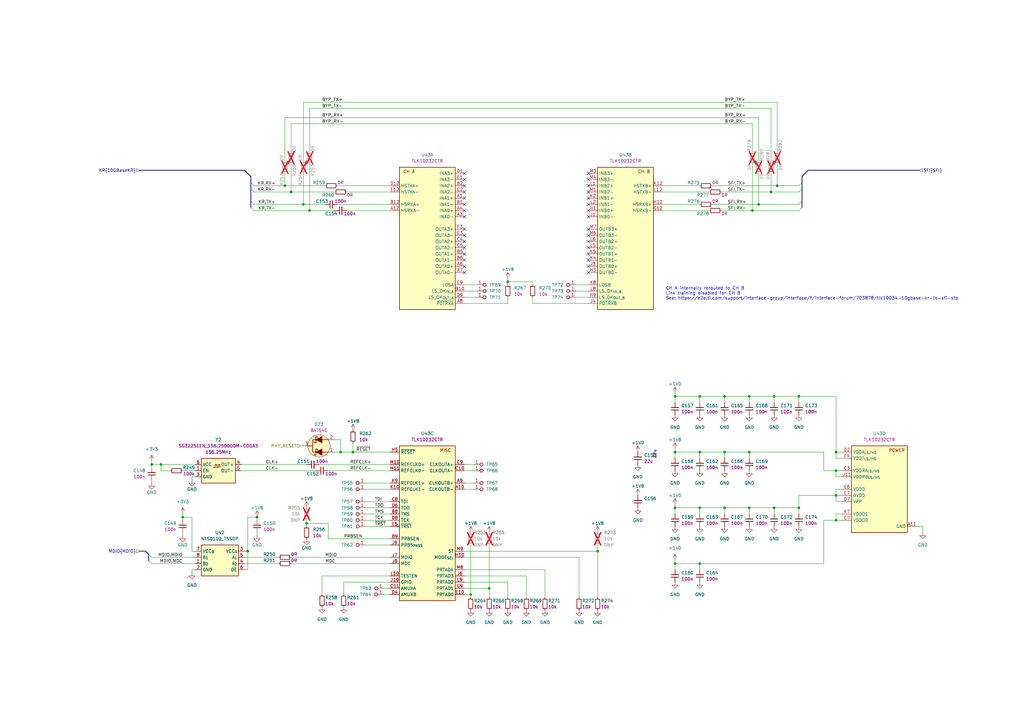
<source format=kicad_sch>
(kicad_sch (version 20230121) (generator eeschema)
  (paper "A3")
  (title_block (title "Com Express 7 baseboard") (date "2024-03-28") (rev "1.0.0") (company "Antmicro Ltd."))
  (bus_alias "SFI" (members "RX+" "RX-" "TX+" "TX-"))
  (junction (at 116.84 76.2))
  (junction (at 308.61 86.36))
  (junction (at 276.86 231.14))
  (junction (at 311.15 83.82))
  (junction (at 119.38 78.74))
  (junction (at 287.02 162.56))
  (junction (at 287.02 185.42))
  (junction (at 127 86.36))
  (junction (at 245.11 226.06))
  (junction (at 193.04 243.84))
  (junction (at 200.66 241.3))
  (junction (at 342.9 193.04))
  (junction (at 144.78 185.42))
  (junction (at 342.9 213.36))
  (junction (at 62.23 190.5))
  (junction (at 317.5 162.56))
  (junction (at 327.66 208.28))
  (junction (at 139.7 185.42))
  (junction (at 276.86 208.28))
  (junction (at 125.73 214.63))
  (junction (at 316.23 78.74))
  (junction (at 287.02 231.14))
  (junction (at 317.5 208.28))
  (junction (at 307.34 162.56))
  (junction (at 66.04 190.5))
  (junction (at 327.66 162.56))
  (junction (at 307.34 185.42))
  (junction (at 208.28 115.57))
  (junction (at 297.18 185.42))
  (junction (at 124.46 83.82))
  (junction (at 318.77 76.2))
  (junction (at 276.86 185.42))
  (junction (at 74.93 212.09))
  (junction (at 342.9 185.42))
  (junction (at 287.02 208.28))
  (junction (at 342.9 203.2))
  (junction (at 276.86 162.56))
  (junction (at 307.34 208.28))
  (junction (at 101.6 226.06))
  (junction (at 297.18 208.28))
  (junction (at 105.41 212.09))
  (junction (at 297.18 162.56))
  (no_connect (at 241.3 96.52))
  (no_connect (at 241.3 78.74))
  (no_connect (at 190.5 86.36))
  (no_connect (at 241.3 88.9))
  (no_connect (at 241.3 81.28))
  (no_connect (at 190.5 88.9))
  (no_connect (at 190.5 99.06))
  (no_connect (at 190.5 81.28))
  (no_connect (at 241.3 111.76))
  (no_connect (at 190.5 73.66))
  (no_connect (at 190.5 76.2))
  (no_connect (at 190.5 71.12))
  (no_connect (at 190.5 78.74))
  (no_connect (at 190.5 93.98))
  (no_connect (at 190.5 101.6))
  (no_connect (at 241.3 76.2))
  (no_connect (at 190.5 111.76))
  (no_connect (at 190.5 96.52))
  (no_connect (at 190.5 109.22))
  (no_connect (at 241.3 93.98))
  (no_connect (at 241.3 73.66))
  (no_connect (at 241.3 109.22))
  (no_connect (at 241.3 86.36))
  (no_connect (at 241.3 83.82))
  (no_connect (at 190.5 106.68))
  (no_connect (at 190.5 104.14))
  (no_connect (at 241.3 71.12))
  (no_connect (at 190.5 83.82))
  (no_connect (at 241.3 99.06))
  (no_connect (at 241.3 104.14))
  (no_connect (at 241.3 101.6))
  (no_connect (at 241.3 106.68))
  (bus_entry (at 102.87 74.93) (size 1.27 1.27))
  (bus_entry (at 60.96 229.87) (size 1.27 1.27))
  (bus_entry (at 102.87 77.47) (size 1.27 1.27))
  (bus_entry (at 328.93 74.93) (size -1.27 1.27))
  (bus_entry (at 102.87 82.55) (size 1.27 1.27))
  (bus_entry (at 328.93 85.09) (size -1.27 1.27))
  (bus_entry (at 102.87 85.09) (size 1.27 1.27))
  (bus_entry (at 328.93 82.55) (size -1.27 1.27))
  (bus_entry (at 60.96 227.33) (size 1.27 1.27))
  (bus_entry (at 328.93 77.47) (size -1.27 1.27))
  (wire (pts (xy 337.82 213.36) (xy 342.9 213.36)))
  (wire (pts (xy 123.19 182.88) (xy 124.46 182.88)))
  (wire (pts (xy 245.11 226.06) (xy 245.11 245.11)))
  (wire (pts (xy 78.74 233.68) (xy 78.74 234.95)))
  (wire (pts (xy 342.9 185.42) (xy 342.9 162.56)))
  (wire (pts (xy 342.9 200.66) (xy 342.9 203.2)))
  (wire (pts (xy 223.52 233.68) (xy 223.52 245.11)))
  (wire (pts (xy 276.86 207.01) (xy 276.86 208.28)))
  (wire (pts (xy 190.5 236.22) (xy 215.9 236.22)))
  (wire (pts (xy 74.93 210.82) (xy 74.93 212.09)))
  (wire (pts (xy 74.93 218.44) (xy 74.93 219.71)))
  (wire (pts (xy 316.23 71.12) (xy 316.23 78.74)))
  (wire (pts (xy 66.04 190.5) (xy 80.01 190.5)))
  (wire (pts (xy 149.86 205.74) (xy 160.02 205.74)))
  (wire (pts (xy 208.28 238.76) (xy 208.28 245.11)))
  (wire (pts (xy 215.9 236.22) (xy 215.9 245.11)))
  (wire (pts (xy 160.02 220.98) (xy 134.62 220.98)))
  (bus (pts (xy 57.15 69.85) (xy 100.33 69.85)))
  (wire (pts (xy 140.97 238.76) (xy 160.02 238.76)))
  (wire (pts (xy 378.46 215.9) (xy 378.46 218.44)))
  (wire (pts (xy 308.61 62.23) (xy 308.61 50.8)))
  (wire (pts (xy 342.9 210.82) (xy 345.44 210.82)))
  (bus (pts (xy 328.93 77.47) (xy 328.93 74.93)))
  (bus (pts (xy 102.87 72.39) (xy 102.87 74.93)))
  (wire (pts (xy 142.24 78.74) (xy 160.02 78.74)))
  (wire (pts (xy 297.18 162.56) (xy 297.18 165.1)))
  (wire (pts (xy 78.74 195.58) (xy 80.01 195.58)))
  (wire (pts (xy 62.23 190.5) (xy 66.04 190.5)))
  (wire (pts (xy 62.23 196.85) (xy 62.23 198.12)))
  (wire (pts (xy 132.08 236.22) (xy 160.02 236.22)))
  (wire (pts (xy 137.16 180.34) (xy 139.7 180.34)))
  (wire (pts (xy 327.66 203.2) (xy 342.9 203.2)))
  (wire (pts (xy 236.22 121.92) (xy 241.3 121.92)))
  (wire (pts (xy 78.74 226.06) (xy 80.01 226.06)))
  (wire (pts (xy 130.81 190.5) (xy 160.02 190.5)))
  (wire (pts (xy 74.93 212.09) (xy 74.93 213.36)))
  (wire (pts (xy 69.85 193.04) (xy 66.04 193.04)))
  (wire (pts (xy 149.86 210.82) (xy 160.02 210.82)))
  (wire (pts (xy 194.31 193.04) (xy 190.5 193.04)))
  (wire (pts (xy 62.23 231.14) (xy 80.01 231.14)))
  (wire (pts (xy 194.31 200.66) (xy 190.5 200.66)))
  (wire (pts (xy 149.86 215.9) (xy 160.02 215.9)))
  (wire (pts (xy 104.14 83.82) (xy 124.46 83.82)))
  (wire (pts (xy 297.18 208.28) (xy 297.18 210.82)))
  (bus (pts (xy 102.87 77.47) (xy 102.87 74.93)))
  (wire (pts (xy 318.77 76.2) (xy 327.66 76.2)))
  (wire (pts (xy 144.78 181.61) (xy 144.78 185.42)))
  (wire (pts (xy 337.82 231.14) (xy 337.82 213.36)))
  (wire (pts (xy 342.9 193.04) (xy 337.82 193.04)))
  (wire (pts (xy 149.86 200.66) (xy 160.02 200.66)))
  (wire (pts (xy 132.08 243.84) (xy 132.08 236.22)))
  (bus (pts (xy 60.96 227.33) (xy 60.96 229.87)))
  (wire (pts (xy 245.11 223.52) (xy 245.11 226.06)))
  (wire (pts (xy 317.5 162.56) (xy 327.66 162.56)))
  (wire (pts (xy 105.41 218.44) (xy 105.41 219.71)))
  (wire (pts (xy 62.23 190.5) (xy 62.23 191.77)))
  (wire (pts (xy 295.91 86.36) (xy 308.61 86.36)))
  (wire (pts (xy 276.86 184.15) (xy 276.86 185.42)))
  (wire (pts (xy 271.78 78.74) (xy 290.83 78.74)))
  (bus (pts (xy 328.93 77.47) (xy 328.93 82.55)))
  (wire (pts (xy 342.9 200.66) (xy 345.44 200.66)))
  (wire (pts (xy 297.18 185.42) (xy 307.34 185.42)))
  (wire (pts (xy 127 86.36) (xy 137.16 86.36)))
  (wire (pts (xy 195.58 121.92) (xy 190.5 121.92)))
  (wire (pts (xy 327.66 162.56) (xy 342.9 162.56)))
  (wire (pts (xy 78.74 196.85) (xy 78.74 195.58)))
  (wire (pts (xy 276.86 231.14) (xy 276.86 233.68)))
  (wire (pts (xy 297.18 185.42) (xy 297.18 187.96)))
  (wire (pts (xy 308.61 86.36) (xy 327.66 86.36)))
  (wire (pts (xy 276.86 162.56) (xy 287.02 162.56)))
  (wire (pts (xy 139.7 180.34) (xy 139.7 185.42)))
  (wire (pts (xy 160.02 86.36) (xy 142.24 86.36)))
  (wire (pts (xy 292.1 83.82) (xy 311.15 83.82)))
  (wire (pts (xy 307.34 162.56) (xy 317.5 162.56)))
  (wire (pts (xy 104.14 86.36) (xy 127 86.36)))
  (wire (pts (xy 287.02 185.42) (xy 297.18 185.42)))
  (wire (pts (xy 236.22 116.84) (xy 241.3 116.84)))
  (bus (pts (xy 102.87 77.47) (xy 102.87 82.55)))
  (bus (pts (xy 60.96 227.33) (xy 59.69 226.06)))
  (wire (pts (xy 119.38 50.8) (xy 308.61 50.8)))
  (wire (pts (xy 276.86 208.28) (xy 287.02 208.28)))
  (wire (pts (xy 345.44 205.74) (xy 342.9 205.74)))
  (wire (pts (xy 287.02 231.14) (xy 287.02 233.68)))
  (wire (pts (xy 318.77 67.31) (xy 318.77 76.2)))
  (wire (pts (xy 311.15 48.26) (xy 311.15 66.04)))
  (wire (pts (xy 317.5 162.56) (xy 317.5 165.1)))
  (wire (pts (xy 127 44.45) (xy 127 62.23)))
  (wire (pts (xy 195.58 116.84) (xy 190.5 116.84)))
  (wire (pts (xy 297.18 208.28) (xy 307.34 208.28)))
  (wire (pts (xy 276.86 185.42) (xy 276.86 187.96)))
  (wire (pts (xy 62.23 228.6) (xy 80.01 228.6)))
  (wire (pts (xy 104.14 76.2) (xy 116.84 76.2)))
  (wire (pts (xy 149.86 208.28) (xy 160.02 208.28)))
  (wire (pts (xy 276.86 162.56) (xy 276.86 165.1)))
  (bus (pts (xy 328.93 82.55) (xy 328.93 85.09)))
  (wire (pts (xy 139.7 185.42) (xy 144.78 185.42)))
  (wire (pts (xy 200.66 223.52) (xy 200.66 241.3)))
  (wire (pts (xy 271.78 86.36) (xy 290.83 86.36)))
  (wire (pts (xy 193.04 223.52) (xy 193.04 243.84)))
  (wire (pts (xy 125.73 214.63) (xy 125.73 215.9)))
  (wire (pts (xy 342.9 203.2) (xy 342.9 205.74)))
  (bus (pts (xy 377.19 69.85) (xy 331.47 69.85)))
  (wire (pts (xy 307.34 208.28) (xy 307.34 210.82)))
  (wire (pts (xy 138.43 76.2) (xy 160.02 76.2)))
  (wire (pts (xy 119.38 228.6) (xy 160.02 228.6)))
  (wire (pts (xy 124.46 71.12) (xy 124.46 83.82)))
  (wire (pts (xy 342.9 187.96) (xy 342.9 185.42)))
  (wire (pts (xy 137.16 185.42) (xy 139.7 185.42)))
  (wire (pts (xy 190.5 241.3) (xy 200.66 241.3)))
  (wire (pts (xy 74.93 212.09) (xy 78.74 212.09)))
  (wire (pts (xy 99.06 190.5) (xy 125.73 190.5)))
  (wire (pts (xy 190.5 243.84) (xy 193.04 243.84)))
  (wire (pts (xy 208.28 114.3) (xy 208.28 115.57)))
  (wire (pts (xy 104.14 78.74) (xy 119.38 78.74)))
  (wire (pts (xy 317.5 208.28) (xy 327.66 208.28)))
  (bus (pts (xy 331.47 69.85) (xy 328.93 72.39)))
  (wire (pts (xy 101.6 212.09) (xy 101.6 226.06)))
  (wire (pts (xy 208.28 115.57) (xy 208.28 116.84)))
  (wire (pts (xy 287.02 208.28) (xy 287.02 210.82)))
  (wire (pts (xy 114.3 231.14) (xy 100.33 231.14)))
  (wire (pts (xy 287.02 162.56) (xy 287.02 165.1)))
  (wire (pts (xy 101.6 233.68) (xy 100.33 233.68)))
  (wire (pts (xy 116.84 48.26) (xy 311.15 48.26)))
  (wire (pts (xy 218.44 124.46) (xy 218.44 121.92)))
  (wire (pts (xy 327.66 162.56) (xy 327.66 165.1)))
  (wire (pts (xy 101.6 226.06) (xy 101.6 233.68)))
  (wire (pts (xy 208.28 115.57) (xy 218.44 115.57)))
  (wire (pts (xy 345.44 195.58) (xy 342.9 195.58)))
  (wire (pts (xy 375.92 215.9) (xy 378.46 215.9)))
  (wire (pts (xy 124.46 66.04) (xy 124.46 41.91)))
  (wire (pts (xy 125.73 213.36) (xy 125.73 214.63)))
  (wire (pts (xy 287.02 162.56) (xy 297.18 162.56)))
  (wire (pts (xy 114.3 228.6) (xy 100.33 228.6)))
  (wire (pts (xy 119.38 67.31) (xy 119.38 78.74)))
  (wire (pts (xy 311.15 83.82) (xy 327.66 83.82)))
  (wire (pts (xy 276.86 231.14) (xy 287.02 231.14)))
  (wire (pts (xy 271.78 83.82) (xy 287.02 83.82)))
  (wire (pts (xy 190.5 124.46) (xy 208.28 124.46)))
  (wire (pts (xy 149.86 223.52) (xy 160.02 223.52)))
  (wire (pts (xy 342.9 195.58) (xy 342.9 193.04)))
  (wire (pts (xy 327.66 208.28) (xy 327.66 203.2)))
  (wire (pts (xy 116.84 66.04) (xy 116.84 48.26)))
  (wire (pts (xy 307.34 162.56) (xy 307.34 165.1)))
  (wire (pts (xy 74.93 193.04) (xy 80.01 193.04)))
  (wire (pts (xy 317.5 208.28) (xy 317.5 210.82)))
  (wire (pts (xy 287.02 231.14) (xy 337.82 231.14)))
  (wire (pts (xy 134.62 214.63) (xy 125.73 214.63)))
  (wire (pts (xy 276.86 185.42) (xy 287.02 185.42)))
  (wire (pts (xy 297.18 162.56) (xy 307.34 162.56)))
  (wire (pts (xy 307.34 185.42) (xy 307.34 187.96)))
  (wire (pts (xy 271.78 76.2) (xy 287.02 76.2)))
  (wire (pts (xy 342.9 213.36) (xy 342.9 210.82)))
  (wire (pts (xy 342.9 193.04) (xy 345.44 193.04)))
  (wire (pts (xy 327.66 208.28) (xy 327.66 210.82)))
  (wire (pts (xy 194.31 190.5) (xy 190.5 190.5)))
  (wire (pts (xy 342.9 203.2) (xy 345.44 203.2)))
  (bus (pts (xy 328.93 72.39) (xy 328.93 74.93)))
  (wire (pts (xy 276.86 161.29) (xy 276.86 162.56)))
  (wire (pts (xy 119.38 78.74) (xy 137.16 78.74)))
  (wire (pts (xy 138.43 83.82) (xy 160.02 83.82)))
  (wire (pts (xy 190.5 228.6) (xy 237.49 228.6)))
  (wire (pts (xy 318.77 41.91) (xy 318.77 62.23)))
  (wire (pts (xy 80.01 233.68) (xy 78.74 233.68)))
  (wire (pts (xy 200.66 241.3) (xy 200.66 245.11)))
  (wire (pts (xy 78.74 212.09) (xy 78.74 226.06)))
  (wire (pts (xy 190.5 233.68) (xy 223.52 233.68)))
  (wire (pts (xy 190.5 198.12) (xy 194.31 198.12)))
  (wire (pts (xy 307.34 185.42) (xy 337.82 185.42)))
  (wire (pts (xy 144.78 185.42) (xy 160.02 185.42)))
  (wire (pts (xy 62.23 189.23) (xy 62.23 190.5)))
  (wire (pts (xy 287.02 208.28) (xy 297.18 208.28)))
  (wire (pts (xy 342.9 187.96) (xy 345.44 187.96)))
  (wire (pts (xy 287.02 185.42) (xy 287.02 187.96)))
  (wire (pts (xy 276.86 229.87) (xy 276.86 231.14)))
  (wire (pts (xy 345.44 213.36) (xy 342.9 213.36)))
  (bus (pts (xy 100.33 69.85) (xy 102.87 72.39)))
  (wire (pts (xy 116.84 76.2) (xy 133.35 76.2)))
  (wire (pts (xy 337.82 193.04) (xy 337.82 185.42)))
  (wire (pts (xy 157.48 243.84) (xy 160.02 243.84)))
  (wire (pts (xy 307.34 208.28) (xy 317.5 208.28)))
  (wire (pts (xy 105.41 212.09) (xy 105.41 213.36)))
  (wire (pts (xy 241.3 124.46) (xy 218.44 124.46)))
  (wire (pts (xy 134.62 220.98) (xy 134.62 214.63)))
  (wire (pts (xy 149.86 198.12) (xy 160.02 198.12)))
  (wire (pts (xy 295.91 78.74) (xy 316.23 78.74)))
  (wire (pts (xy 345.44 185.42) (xy 342.9 185.42)))
  (wire (pts (xy 195.58 119.38) (xy 190.5 119.38)))
  (wire (pts (xy 193.04 243.84) (xy 193.04 245.11)))
  (wire (pts (xy 119.38 50.8) (xy 119.38 62.23)))
  (wire (pts (xy 276.86 208.28) (xy 276.86 210.82)))
  (wire (pts (xy 134.62 193.04) (xy 160.02 193.04)))
  (wire (pts (xy 149.86 213.36) (xy 160.02 213.36)))
  (wire (pts (xy 190.5 238.76) (xy 208.28 238.76)))
  (wire (pts (xy 127 67.31) (xy 127 86.36)))
  (wire (pts (xy 124.46 41.91) (xy 318.77 41.91)))
  (wire (pts (xy 292.1 76.2) (xy 318.77 76.2)))
  (wire (pts (xy 99.06 193.04) (xy 129.54 193.04)))
  (wire (pts (xy 316.23 66.04) (xy 316.23 44.45)))
  (wire (pts (xy 236.22 119.38) (xy 241.3 119.38)))
  (wire (pts (xy 308.61 67.31) (xy 308.61 86.36)))
  (wire (pts (xy 316.23 78.74) (xy 327.66 78.74)))
  (wire (pts (xy 208.28 124.46) (xy 208.28 121.92)))
  (bus (pts (xy 102.87 82.55) (xy 102.87 85.09)))
  (wire (pts (xy 218.44 116.84) (xy 218.44 115.57)))
  (wire (pts (xy 311.15 71.12) (xy 311.15 83.82)))
  (wire (pts (xy 316.23 44.45) (xy 127 44.45)))
  (bus (pts (xy 57.15 226.06) (xy 59.69 226.06)))
  (wire (pts (xy 237.49 228.6) (xy 237.49 245.11)))
  (wire (pts (xy 116.84 71.12) (xy 116.84 76.2)))
  (wire (pts (xy 119.38 231.14) (xy 160.02 231.14)))
  (wire (pts (xy 140.97 243.84) (xy 140.97 238.76)))
  (wire (pts (xy 100.33 226.06) (xy 101.6 226.06)))
  (wire (pts (xy 66.04 193.04) (xy 66.04 190.5)))
  (wire (pts (xy 190.5 226.06) (xy 245.11 226.06)))
  (wire (pts (xy 157.48 241.3) (xy 160.02 241.3)))
  (wire (pts (xy 124.46 83.82) (xy 133.35 83.82)))
  (wire (pts (xy 105.41 212.09) (xy 101.6 212.09)))
  (text "CH A internally rerouted to CH B\nLink training disabled for CH B\nSee: https://e2e.ti.com/support/interface-group/interface/f/interface-forum/703878/tlk10034-10gbase-kr-to-sfi-sfp" (at 273.05 123.19 0) (effects (font (size 1.27 1.27)) (justify left bottom)))
  (label "KR.TX+" (at 113.03 83.82 180))
  (label "SFI.RX+" (at 298.45 83.82 0))
  (label "BYP_TX-" (at 297.18 44.45 0))
  (label "BYP_TX+" (at 132.08 41.91 0))
  (label "MDIO.MDIO" (at 74.93 228.6 180))
  (label "SFI.TX+" (at 298.45 76.2 0))
  (label "BYP_RX+" (at 132.08 48.26 0))
  (label "BYP_RX+" (at 297.18 48.26 0))
  (label "REFCLK-" (at 152.4 193.04 180))
  (label "BYP_TX-" (at 132.08 44.45 0))
  (label "MDC" (at 133.35 231.14 0))
  (label "KR.RX+" (at 113.03 76.2 180))
  (label "BYP_TX+" (at 297.18 41.91 0))
  (label "SFI.RX-" (at 298.45 86.36 0))
  (label "MDIO" (at 133.35 228.6 0))
  (label "TMS" (at 153.67 210.82 0))
  (label "~{TRST}" (at 153.67 215.9 0))
  (label "TDI" (at 153.67 205.74 0))
  (label "TDO" (at 153.67 208.28 0))
  (label "TCK" (at 153.67 213.36 0))
  (label "CLK+" (at 114.3 190.5 180))
  (label "SFI.TX-" (at 298.45 78.74 0))
  (label "KR.RX-" (at 113.03 78.74 180))
  (label "~{RESET}" (at 146.05 185.42 0))
  (label "KR.TX-" (at 113.03 86.36 180))
  (label "PRBSEN" (at 140.97 220.98 0))
  (label "MDIO.MDC" (at 74.93 231.14 180))
  (label "REFCLK+" (at 152.4 190.5 180))
  (label "CLK-" (at 114.3 193.04 180))
  (label "BYP_RX-" (at 297.18 50.8 0))
  (label "BYP_RX-" (at 132.08 50.8 0))
  (hierarchical_label "MDIO{MDIO}" (shape input) (at 57.15 226.06 180))
  (hierarchical_label "SFI{SFI}" (shape input) (at 377.19 69.85 0))
  (hierarchical_label "KR{10GBaseKR}" (shape input) (at 57.15 69.85 180))
  (hierarchical_label "PHY_RESET" (shape input) (at 123.19 182.88 180))
  (symbol (lib_id "antmicropower:GND") (at 200.66 250.19 0) (mirror y) (unit 1)
    (property "Reference" "#PWR0343" (effects hide))
    (property "Value" "GND" (at 200.66 255.27 0))
    (property "Author" "Antmicro" (effects hide))
    (property "License" "Apache-2.0" (effects hide))
    (instances (project "com-express-7-baseboard" (path "" (reference "#PWR0343") (unit 1)) (path "" (reference "#PWR0394") (unit 1))))
  )
  (symbol (lib_id "antmicropower:GND") (at 297.18 193.04 0) (mirror y) (unit 1)
    (property "Reference" "#PWR0368" (effects hide))
    (property "Value" "GND" (at 297.18 198.12 0))
    (property "Author" "Antmicro" (effects hide))
    (property "License" "Apache-2.0" (effects hide))
    (instances (project "com-express-7-baseboard" (path "" (reference "#PWR0368") (unit 1)) (path "" (reference "#PWR0419") (unit 1))))
  )
  (symbol (lib_id "antmicropower:GND") (at 378.46 218.44 0) (mirror y) (unit 1)
    (property "Reference" "#PWR0377" (effects hide))
    (property "Value" "GND" (at 378.46 223.52 0))
    (property "Author" "Antmicro" (effects hide))
    (property "License" "Apache-2.0" (effects hide))
    (instances (project "com-express-7-baseboard" (path "" (reference "#PWR0377") (unit 1)) (path "" (reference "#PWR0428") (unit 1))))
  )
  (symbol (lib_id "antmicropower:GND") (at 125.73 220.98 0) (mirror y) (unit 1)
    (property "Reference" "#PWR0336" (effects hide))
    (property "Value" "GND" (at 125.73 224.79 0))
    (property "Author" "Antmicro" (effects hide))
    (property "License" "Apache-2.0" (effects hide))
    (instances (project "com-express-7-baseboard" (path "" (reference "#PWR0336") (unit 1)) (path "" (reference "#PWR0387") (unit 1))))
  )
  (symbol (lib_id "antmicroTestPoints:TP_0.75mm_SMD") (at 236.22 121.92 0) (mirror y) (unit 1) (in_bom no)
    (property "Reference" "TP74" (at 231.14 121.92 0) (effects (justify left)))
    (property "Value" "TP_0.75mm_SMD" (effects hide))
    (property "Footprint" "antmicro-footprints:TP_SMD_0.75mm" (effects hide))
    (property "Author" "Antmicro" (effects hide))
    (property "License" "Apache-2.0" (effects hide))
    (instances (project "com-express-7-baseboard" (path "" (reference "TP74") (unit 1)) (path "" (reference "TP94") (unit 1))))
  )
  (symbol (lib_id "antmicroResistors0402:R_0R_0402") (at 114.3 231.14 0) (unit 1)
    (property "Reference" "R251" (at 110.49 229.87 0))
    (property "Value" "R_0R_0402" (effects hide))
    (property "Footprint" "antmicro-footprints:R_0402_1005Metric" (effects hide))
    (property "Datasheet" "https://industrial.panasonic.com/cdbs/www-data/pdf/RDA0000/AOA0000C301.pdf" (effects hide))
    (property "MPN" "ERJ2GE0R00X" (effects hide))
    (property "Manufacturer" "Panasonic" (effects hide))
    (property "License" "Apache-2.0" (effects hide))
    (property "Author" "Antmicro" (effects hide))
    (property "Val" "0R" (at 120.65 229.87 0))
    (property "Current" "1A" (effects hide))
    (instances (project "com-express-7-baseboard" (path "" (reference "R251") (unit 1)) (path "" (reference "R285") (unit 1))))
  )
  (symbol (lib_id "antmicroDiodesRectifiersSingle:BAT54C") (at 137.16 185.42 180) (unit 1)
    (property "Reference" "D23" (at 130.81 173.99 0))
    (property "Value" "BAT54C" (effects hide))
    (property "Footprint" "antmicro-footprints:SOT-23-3" (effects hide))
    (property "Datasheet" "https://diotec.com/request/datasheet/bat54.pdf" (effects hide))
    (property "MPN" "BAT54C" (at 130.81 176.53 0))
    (property "Manufacturer" "Diotec Semiconductor" (effects hide))
    (property "Author" "Antmicro" (effects hide))
    (property "License" "Apache-2.0" (effects hide))
    (instances (project "com-express-7-baseboard" (path "" (reference "D23") (unit 1)) (path "" (reference "D22") (unit 1))))
  )
  (symbol (lib_id "antmicroResistors0402:R_0R_0402") (at 116.84 71.12 90) (unit 1) (dnp yes)
    (property "Reference" "R252" (at 115.57 73.66 0))
    (property "Value" "R_0R_0402" (effects hide))
    (property "Footprint" "antmicro-footprints:R_0402_1005Metric" (effects hide))
    (property "Datasheet" "https://industrial.panasonic.com/cdbs/www-data/pdf/RDA0000/AOA0000C301.pdf" (effects hide))
    (property "MPN" "ERJ2GE0R00X" (effects hide))
    (property "Manufacturer" "Panasonic" (effects hide))
    (property "License" "Apache-2.0" (effects hide))
    (property "Author" "Antmicro" (effects hide))
    (property "Val" "0R" (at 115.57 64.77 0))
    (property "Current" "1A" (effects hide))
    (property "DNP" "DNP" (at 116.84 68.58 0))
    (instances (project "com-express-7-baseboard" (path "" (reference "R252") (unit 1)) (path "" (reference "R286") (unit 1))))
  )
  (symbol (lib_id "antmicropower:GND") (at 287.02 215.9 0) (mirror y) (unit 1)
    (property "Reference" "#PWR0365" (effects hide))
    (property "Value" "GND" (at 287.02 220.98 0))
    (property "Author" "Antmicro" (effects hide))
    (property "License" "Apache-2.0" (effects hide))
    (instances (project "com-express-7-baseboard" (path "" (reference "#PWR0365") (unit 1)) (path "" (reference "#PWR0416") (unit 1))))
  )
  (symbol (lib_id "antmicroCapacitors0402:C_100n_0402") (at 276.86 170.18 90) (unit 1)
    (property "Reference" "C157" (at 279.4 166.3636 90) (effects (justify right)))
    (property "Value" "C_100n_0402" (effects hide))
    (property "Footprint" "antmicro-footprints:C_0402_1005Metric" (effects hide))
    (property "Datasheet" "https://www.murata.com/products/productdetail?partno=GRM155R61H104KE14%23" (effects hide))
    (property "MPN" "GRM155R61H104KE14D" (effects hide))
    (property "Manufacturer" "Murata" (effects hide))
    (property "License" "Apache-2.0" (effects hide))
    (property "Author" "Antmicro" (effects hide))
    (property "Val" "100n" (at 279.4 168.9036 90) (effects (justify right)))
    (property "Voltage" "50V" (effects hide))
    (property "Dielectric" "X5R" (effects hide))
    (instances (project "com-express-7-baseboard" (path "" (reference "C157") (unit 1)) (path "" (reference "C184") (unit 1))))
  )
  (symbol (lib_id "antmicropower:+1V8") (at 245.11 218.44 0) (unit 1)
    (property "Reference" "#PWR0349" (effects hide))
    (property "Value" "+1V8" (at 245.11 214.63 0))
    (property "Author" "Antmicro" (effects hide))
    (property "License" "Apache-2.0" (effects hide))
    (instances (project "com-express-7-baseboard" (path "" (reference "#PWR0349") (unit 1)) (path "" (reference "#PWR0400") (unit 1))))
  )
  (symbol (lib_id "antmicropower:GND") (at 237.49 250.19 0) (mirror y) (unit 1)
    (property "Reference" "#PWR0348" (effects hide))
    (property "Value" "GND" (at 237.49 255.27 0))
    (property "Author" "Antmicro" (effects hide))
    (property "License" "Apache-2.0" (effects hide))
    (instances (project "com-express-7-baseboard" (path "" (reference "#PWR0348") (unit 1)) (path "" (reference "#PWR0399") (unit 1))))
  )
  (symbol (lib_id "antmicroCapacitors0402:C_100n_0402") (at 287.02 193.04 90) (unit 1)
    (property "Reference" "C162" (at 289.56 189.2236 90) (effects (justify right)))
    (property "Value" "C_100n_0402" (effects hide))
    (property "Footprint" "antmicro-footprints:C_0402_1005Metric" (effects hide))
    (property "Datasheet" "https://www.murata.com/products/productdetail?partno=GRM155R61H104KE14%23" (effects hide))
    (property "MPN" "GRM155R61H104KE14D" (effects hide))
    (property "Manufacturer" "Murata" (effects hide))
    (property "License" "Apache-2.0" (effects hide))
    (property "Author" "Antmicro" (effects hide))
    (property "Val" "100n" (at 289.56 191.7636 90) (effects (justify right)))
    (property "Voltage" "50V" (effects hide))
    (property "Dielectric" "X5R" (effects hide))
    (instances (project "com-express-7-baseboard" (path "" (reference "C162") (unit 1)) (path "" (reference "C189") (unit 1))))
  )
  (symbol (lib_id "antmicroResistors0402:R_0R_0402") (at 133.35 76.2 0) (unit 1)
    (property "Reference" "R259" (at 130.81 74.93 0))
    (property "Value" "R_0R_0402" (effects hide))
    (property "Footprint" "antmicro-footprints:R_0402_1005Metric" (effects hide))
    (property "Datasheet" "https://industrial.panasonic.com/cdbs/www-data/pdf/RDA0000/AOA0000C301.pdf" (effects hide))
    (property "MPN" "ERJ2GE0R00X" (effects hide))
    (property "Manufacturer" "Panasonic" (effects hide))
    (property "License" "Apache-2.0" (effects hide))
    (property "Author" "Antmicro" (effects hide))
    (property "Val" "0R" (at 139.7 74.93 0))
    (property "Current" "1A" (effects hide))
    (instances (project "com-express-7-baseboard" (path "" (reference "R259") (unit 1)) (path "" (reference "R293") (unit 1))))
  )
  (symbol (lib_id "antmicroResistors0402:R_10k_0402") (at 200.66 223.52 90) (unit 1) (dnp yes)
    (property "Reference" "R265" (at 201.93 218.44 90) (effects (justify right)))
    (property "Value" "R_10k_0402" (effects hide))
    (property "Footprint" "antmicro-footprints:R_0402_1005Metric" (effects hide))
    (property "Datasheet" "https://www.bourns.com/docs/product-datasheets/cr.pdf" (effects hide))
    (property "MPN" "CR0402-FX-1002GLF" (effects hide))
    (property "Manufacturer" "Bourns" (effects hide))
    (property "License" "Apache-2.0" (effects hide))
    (property "Author" "Antmicro" (effects hide))
    (property "Val" "10k" (at 201.93 220.98 90) (effects (justify right)))
    (property "Tolerance" "1%" (effects hide))
    (property "DNP" "DNP" (at 201.93 223.52 90) (effects (justify right)))
    (instances (project "com-express-7-baseboard" (path "" (reference "R265") (unit 1)) (path "" (reference "R299") (unit 1))))
  )
  (symbol (lib_id "antmicroCapacitors0402:C_100n_0402") (at 307.34 170.18 90) (unit 1)
    (property "Reference" "C168" (at 309.88 166.3636 90) (effects (justify right)))
    (property "Value" "C_100n_0402" (effects hide))
    (property "Footprint" "antmicro-footprints:C_0402_1005Metric" (effects hide))
    (property "Datasheet" "https://www.murata.com/products/productdetail?partno=GRM155R61H104KE14%23" (effects hide))
    (property "MPN" "GRM155R61H104KE14D" (effects hide))
    (property "Manufacturer" "Murata" (effects hide))
    (property "License" "Apache-2.0" (effects hide))
    (property "Author" "Antmicro" (effects hide))
    (property "Val" "100n" (at 309.88 168.9036 90) (effects (justify right)))
    (property "Voltage" "50V" (effects hide))
    (property "Dielectric" "X5R" (effects hide))
    (instances (project "com-express-7-baseboard" (path "" (reference "C168") (unit 1)) (path "" (reference "C195") (unit 1))))
  )
  (symbol (lib_id "antmicroTestPoints:TP_0.75mm_SMD") (at 194.31 198.12 0) (unit 1) (in_bom no)
    (property "Reference" "TP67" (at 199.39 198.12 0) (effects (justify left)))
    (property "Value" "TP_0.75mm_SMD" (effects hide))
    (property "Footprint" "antmicro-footprints:TP_SMD_0.75mm" (effects hide))
    (property "Author" "Antmicro" (effects hide))
    (property "License" "Apache-2.0" (effects hide))
    (instances (project "com-express-7-baseboard" (path "" (reference "TP67") (unit 1)) (path "" (reference "TP87") (unit 1))))
  )
  (symbol (lib_id "antmicroResistors0402:R_10k_0402") (at 193.04 250.19 90) (unit 1)
    (property "Reference" "R264" (at 194.31 246.38 90) (effects (justify right)))
    (property "Value" "R_10k_0402" (effects hide))
    (property "Footprint" "antmicro-footprints:R_0402_1005Metric" (effects hide))
    (property "Datasheet" "https://www.bourns.com/docs/product-datasheets/cr.pdf" (effects hide))
    (property "MPN" "CR0402-FX-1002GLF" (effects hide))
    (property "Manufacturer" "Bourns" (effects hide))
    (property "License" "Apache-2.0" (effects hide))
    (property "Author" "Antmicro" (effects hide))
    (property "Val" "10k" (at 194.31 248.92 90) (effects (justify right)))
    (property "Tolerance" "1%" (effects hide))
    (instances (project "com-express-7-baseboard" (path "" (reference "R264") (unit 1)) (path "" (reference "R298") (unit 1))))
  )
  (symbol (lib_id "antmicroCapacitors0402:C_100n_0402") (at 129.54 193.04 0) (unit 1)
    (property "Reference" "C152" (at 128.27 194.31 0))
    (property "Value" "C_100n_0402" (effects hide))
    (property "Footprint" "antmicro-footprints:C_0402_1005Metric" (effects hide))
    (property "Datasheet" "https://www.murata.com/products/productdetail?partno=GRM155R61H104KE14%23" (effects hide))
    (property "MPN" "GRM155R61H104KE14D" (effects hide))
    (property "Manufacturer" "Murata" (effects hide))
    (property "License" "Apache-2.0" (effects hide))
    (property "Author" "Antmicro" (effects hide))
    (property "Val" "100n" (at 135.89 194.31 0))
    (property "Voltage" "50V" (effects hide))
    (property "Dielectric" "X5R" (effects hide))
    (instances (project "com-express-7-baseboard" (path "" (reference "C152") (unit 1)) (path "" (reference "C179") (unit 1))))
  )
  (symbol (lib_id "antmicropower:GND") (at 245.11 250.19 0) (mirror y) (unit 1)
    (property "Reference" "#PWR0350" (effects hide))
    (property "Value" "GND" (at 245.11 255.27 0))
    (property "Author" "Antmicro" (effects hide))
    (property "License" "Apache-2.0" (effects hide))
    (instances (project "com-express-7-baseboard" (path "" (reference "#PWR0350") (unit 1)) (path "" (reference "#PWR0401") (unit 1))))
  )
  (symbol (lib_id "antmicropower:GND") (at 297.18 215.9 0) (mirror y) (unit 1)
    (property "Reference" "#PWR0369" (effects hide))
    (property "Value" "GND" (at 297.18 220.98 0))
    (property "Author" "Antmicro" (effects hide))
    (property "License" "Apache-2.0" (effects hide))
    (instances (project "com-express-7-baseboard" (path "" (reference "#PWR0369") (unit 1)) (path "" (reference "#PWR0420") (unit 1))))
  )
  (symbol (lib_id "antmicroCapacitors0603:C_22u_16V_0603") (at 261.62 190.5 90) (unit 1)
    (property "Reference" "C155" (at 264.16 186.6835 90) (effects (justify right)))
    (property "Value" "C_22u_16V_0603" (effects hide))
    (property "Footprint" "antmicro-footprints:C_0603_1608Metric" (effects hide))
    (property "Datasheet" "https://product.samsungsem.com/mlcc/CL10A226MO7JZN.do" (effects hide))
    (property "MPN" "CL10A226MO7JZNC" (effects hide))
    (property "Manufacturer" "Samsung Electro-Mechanics" (effects hide))
    (property "License" "Apache-2.0" (effects hide))
    (property "Author" "Antmicro" (effects hide))
    (property "Val" "22u" (at 264.16 189.2235 90) (effects (justify right)))
    (property "Voltage" "16V" (effects hide))
    (instances (project "com-express-7-baseboard" (path "" (reference "C155") (unit 1)) (path "" (reference "C182") (unit 1))))
  )
  (symbol (lib_id "antmicroResistors0402:R_0R_0402") (at 124.46 71.12 90) (unit 1) (dnp yes)
    (property "Reference" "R254" (at 123.19 73.66 0))
    (property "Value" "R_0R_0402" (effects hide))
    (property "Footprint" "antmicro-footprints:R_0402_1005Metric" (effects hide))
    (property "Datasheet" "https://industrial.panasonic.com/cdbs/www-data/pdf/RDA0000/AOA0000C301.pdf" (effects hide))
    (property "MPN" "ERJ2GE0R00X" (effects hide))
    (property "Manufacturer" "Panasonic" (effects hide))
    (property "License" "Apache-2.0" (effects hide))
    (property "Author" "Antmicro" (effects hide))
    (property "Val" "0R" (at 123.19 64.77 0))
    (property "Current" "1A" (effects hide))
    (property "DNP" "DNP" (at 124.46 68.58 0))
    (instances (project "com-express-7-baseboard" (path "" (reference "R254") (unit 1)) (path "" (reference "R288") (unit 1))))
  )
  (symbol (lib_id "antmicroCapacitors0402:C_100n_0402") (at 125.73 190.5 0) (unit 1)
    (property "Reference" "C151" (at 124.46 189.23 0))
    (property "Value" "C_100n_0402" (effects hide))
    (property "Footprint" "antmicro-footprints:C_0402_1005Metric" (effects hide))
    (property "Datasheet" "https://www.murata.com/products/productdetail?partno=GRM155R61H104KE14%23" (effects hide))
    (property "MPN" "GRM155R61H104KE14D" (effects hide))
    (property "Manufacturer" "Murata" (effects hide))
    (property "License" "Apache-2.0" (effects hide))
    (property "Author" "Antmicro" (effects hide))
    (property "Val" "100n" (at 132.08 189.23 0))
    (property "Voltage" "50V" (effects hide))
    (property "Dielectric" "X5R" (effects hide))
    (instances (project "com-express-7-baseboard" (path "" (reference "C151") (unit 1)) (path "" (reference "C178") (unit 1))))
  )
  (symbol (lib_id "antmicroCapacitors0402:C_100n_0402") (at 327.66 170.18 90) (unit 1)
    (property "Reference" "C173" (at 330.2 166.3636 90) (effects (justify right)))
    (property "Value" "C_100n_0402" (effects hide))
    (property "Footprint" "antmicro-footprints:C_0402_1005Metric" (effects hide))
    (property "Datasheet" "https://www.murata.com/products/productdetail?partno=GRM155R61H104KE14%23" (effects hide))
    (property "MPN" "GRM155R61H104KE14D" (effects hide))
    (property "Manufacturer" "Murata" (effects hide))
    (property "License" "Apache-2.0" (effects hide))
    (property "Author" "Antmicro" (effects hide))
    (property "Val" "100n" (at 330.2 168.9036 90) (effects (justify right)))
    (property "Voltage" "50V" (effects hide))
    (property "Dielectric" "X5R" (effects hide))
    (instances (project "com-express-7-baseboard" (path "" (reference "C173") (unit 1)) (path "" (reference "C200") (unit 1))))
  )
  (symbol (lib_id "antmicroTestPoints:TP_0.75mm_SMD") (at 149.86 223.52 0) (mirror y) (unit 1) (in_bom no)
    (property "Reference" "TP62" (at 144.78 223.52 0) (effects (justify left)))
    (property "Value" "TP_0.75mm_SMD" (effects hide))
    (property "Footprint" "antmicro-footprints:TP_SMD_0.75mm" (effects hide))
    (property "Author" "Antmicro" (effects hide))
    (property "License" "Apache-2.0" (effects hide))
    (instances (project "com-express-7-baseboard" (path "" (reference "TP62") (unit 1)) (path "" (reference "TP82") (unit 1))))
  )
  (symbol (lib_id "antmicropower:GND") (at 276.86 238.76 0) (mirror y) (unit 1)
    (property "Reference" "#PWR0362" (effects hide))
    (property "Value" "GND" (at 276.86 243.84 0))
    (property "Author" "Antmicro" (effects hide))
    (property "License" "Apache-2.0" (effects hide))
    (instances (project "com-express-7-baseboard" (path "" (reference "#PWR0362") (unit 1)) (path "" (reference "#PWR0413") (unit 1))))
  )
  (symbol (lib_id "antmicroResistors0402:R_0R_0402") (at 311.15 66.04 90) (mirror x) (unit 1) (dnp yes)
    (property "Reference" "R280" (at 312.42 63.5 0))
    (property "Value" "R_0R_0402" (effects hide))
    (property "Footprint" "antmicro-footprints:R_0402_1005Metric" (effects hide))
    (property "Datasheet" "https://industrial.panasonic.com/cdbs/www-data/pdf/RDA0000/AOA0000C301.pdf" (effects hide))
    (property "MPN" "ERJ2GE0R00X" (effects hide))
    (property "Manufacturer" "Panasonic" (effects hide))
    (property "License" "Apache-2.0" (effects hide))
    (property "Author" "Antmicro" (effects hide))
    (property "Val" "0R" (at 312.42 72.39 0))
    (property "Current" "1A" (effects hide))
    (property "DNP" "DNP" (at 311.15 68.58 0))
    (instances (project "com-express-7-baseboard" (path "" (reference "R280") (unit 1)) (path "" (reference "R314") (unit 1))))
  )
  (symbol (lib_id "antmicroCapacitors0402:C_100n_0402") (at 276.86 238.76 90) (unit 1)
    (property "Reference" "C160" (at 279.4 234.9436 90) (effects (justify right)))
    (property "Value" "C_100n_0402" (effects hide))
    (property "Footprint" "antmicro-footprints:C_0402_1005Metric" (effects hide))
    (property "Datasheet" "https://www.murata.com/products/productdetail?partno=GRM155R61H104KE14%23" (effects hide))
    (property "MPN" "GRM155R61H104KE14D" (effects hide))
    (property "Manufacturer" "Murata" (effects hide))
    (property "License" "Apache-2.0" (effects hide))
    (property "Author" "Antmicro" (effects hide))
    (property "Val" "100n" (at 279.4 237.4836 90) (effects (justify right)))
    (property "Voltage" "50V" (effects hide))
    (property "Dielectric" "X5R" (effects hide))
    (instances (project "com-express-7-baseboard" (path "" (reference "C160") (unit 1)) (path "" (reference "C187") (unit 1))))
  )
  (symbol (lib_id "antmicropower:+1V8") (at 144.78 176.53 0) (unit 1)
    (property "Reference" "#PWR0390" (effects hide))
    (property "Value" "+1V8" (at 144.78 172.72 0))
    (property "Author" "Antmicro" (effects hide))
    (property "License" "Apache-2.0" (effects hide))
    (instances (project "com-express-7-baseboard" (path "" (reference "#PWR0390") (unit 1)) (path "" (reference "#PWR0339") (unit 1))))
  )
  (symbol (lib_id "antmicroCapacitors0402:C_100n_0402") (at 307.34 193.04 90) (unit 1)
    (property "Reference" "C169" (at 309.88 189.2236 90) (effects (justify right)))
    (property "Value" "C_100n_0402" (effects hide))
    (property "Footprint" "antmicro-footprints:C_0402_1005Metric" (effects hide))
    (property "Datasheet" "https://www.murata.com/products/productdetail?partno=GRM155R61H104KE14%23" (effects hide))
    (property "MPN" "GRM155R61H104KE14D" (effects hide))
    (property "Manufacturer" "Murata" (effects hide))
    (property "License" "Apache-2.0" (effects hide))
    (property "Author" "Antmicro" (effects hide))
    (property "Val" "100n" (at 309.88 191.7636 90) (effects (justify right)))
    (property "Voltage" "50V" (effects hide))
    (property "Dielectric" "X5R" (effects hide))
    (instances (project "com-express-7-baseboard" (path "" (reference "C169") (unit 1)) (path "" (reference "C196") (unit 1))))
  )
  (symbol (lib_id "antmicroResistors0402:R_10k_0402") (at 125.73 220.98 90) (unit 1)
    (property "Reference" "R256" (at 128.27 217.17 90) (effects (justify right)))
    (property "Value" "R_10k_0402" (effects hide))
    (property "Footprint" "antmicro-footprints:R_0402_1005Metric" (effects hide))
    (property "Datasheet" "https://www.bourns.com/docs/product-datasheets/cr.pdf" (effects hide))
    (property "MPN" "CR0402-FX-1002GLF" (effects hide))
    (property "Manufacturer" "Bourns" (effects hide))
    (property "License" "Apache-2.0" (effects hide))
    (property "Author" "Antmicro" (effects hide))
    (property "Val" "10k" (at 128.27 219.71 90) (effects (justify right)))
    (property "Tolerance" "1%" (effects hide))
    (instances (project "com-express-7-baseboard" (path "" (reference "R256") (unit 1)) (path "" (reference "R290") (unit 1))))
  )
  (symbol (lib_id "antmicropower:+1V0") (at 276.86 161.29 0) (unit 1)
    (property "Reference" "#PWR0355" (effects hide))
    (property "Value" "+1V0" (at 276.86 157.48 0))
    (instances (project "com-express-7-baseboard" (path "" (reference "#PWR0355") (unit 1)) (path "" (reference "#PWR0406") (unit 1))))
  )
  (symbol (lib_id "antmicroResistors0402:R_0R_0402") (at 308.61 62.23 90) (mirror x) (unit 1) (dnp yes)
    (property "Reference" "R279" (at 307.34 59.69 0))
    (property "Value" "R_0R_0402" (effects hide))
    (property "Footprint" "antmicro-footprints:R_0402_1005Metric" (effects hide))
    (property "Datasheet" "https://industrial.panasonic.com/cdbs/www-data/pdf/RDA0000/AOA0000C301.pdf" (effects hide))
    (property "MPN" "ERJ2GE0R00X" (effects hide))
    (property "Manufacturer" "Panasonic" (effects hide))
    (property "License" "Apache-2.0" (effects hide))
    (property "Author" "Antmicro" (effects hide))
    (property "Val" "0R" (at 307.34 68.58 0))
    (property "Current" "1A" (effects hide))
    (property "DNP" "DNP" (at 308.61 64.77 0))
    (instances (project "com-express-7-baseboard" (path "" (reference "R279") (unit 1)) (path "" (reference "R313") (unit 1))))
  )
  (symbol (lib_id "antmicropower:+1V8") (at 105.41 212.09 0) (unit 1)
    (property "Reference" "#PWR0333" (effects hide))
    (property "Value" "+1V8" (at 105.41 208.28 0))
    (property "Author" "Antmicro" (effects hide))
    (property "License" "Apache-2.0" (effects hide))
    (instances (project "com-express-7-baseboard" (path "" (reference "#PWR0333") (unit 1)) (path "" (reference "#PWR0384") (unit 1))))
  )
  (symbol (lib_id "antmicroTestPoints:TP_0.75mm_SMD") (at 195.58 121.92 0) (unit 1) (in_bom no)
    (property "Reference" "TP71" (at 200.66 121.92 0) (effects (justify left)))
    (property "Value" "TP_0.75mm_SMD" (effects hide))
    (property "Footprint" "antmicro-footprints:TP_SMD_0.75mm" (effects hide))
    (property "Author" "Antmicro" (effects hide))
    (property "License" "Apache-2.0" (effects hide))
    (instances (project "com-express-7-baseboard" (path "" (reference "TP71") (unit 1)) (path "" (reference "TP91") (unit 1))))
  )
  (symbol (lib_id "antmicroCapacitors0402:C_100n_0402") (at 297.18 170.18 90) (unit 1)
    (property "Reference" "C165" (at 299.72 166.3636 90) (effects (justify right)))
    (property "Value" "C_100n_0402" (effects hide))
    (property "Footprint" "antmicro-footprints:C_0402_1005Metric" (effects hide))
    (property "Datasheet" "https://www.murata.com/products/productdetail?partno=GRM155R61H104KE14%23" (effects hide))
    (property "MPN" "GRM155R61H104KE14D" (effects hide))
    (property "Manufacturer" "Murata" (effects hide))
    (property "License" "Apache-2.0" (effects hide))
    (property "Author" "Antmicro" (effects hide))
    (property "Val" "100n" (at 299.72 168.9036 90) (effects (justify right)))
    (property "Voltage" "50V" (effects hide))
    (property "Dielectric" "X5R" (effects hide))
    (instances (project "com-express-7-baseboard" (path "" (reference "C165") (unit 1)) (path "" (reference "C192") (unit 1))))
  )
  (symbol (lib_id "antmicroResistors0402:R_0R_0402") (at 287.02 83.82 0) (unit 1)
    (property "Reference" "R276" (at 284.48 82.55 0))
    (property "Value" "R_0R_0402" (effects hide))
    (property "Footprint" "antmicro-footprints:R_0402_1005Metric" (effects hide))
    (property "Datasheet" "https://industrial.panasonic.com/cdbs/www-data/pdf/RDA0000/AOA0000C301.pdf" (effects hide))
    (property "MPN" "ERJ2GE0R00X" (effects hide))
    (property "Manufacturer" "Panasonic" (effects hide))
    (property "License" "Apache-2.0" (effects hide))
    (property "Author" "Antmicro" (effects hide))
    (property "Val" "0R" (at 293.37 82.55 0))
    (property "Current" "1A" (effects hide))
    (instances (project "com-express-7-baseboard" (path "" (reference "R276") (unit 1)) (path "" (reference "R310") (unit 1))))
  )
  (symbol (lib_id "antmicroResistors0402:R_10k_0402") (at 208.28 121.92 90) (unit 1)
    (property "Reference" "R267" (at 210.82 118.11 90) (effects (justify right)))
    (property "Value" "R_10k_0402" (effects hide))
    (property "Footprint" "antmicro-footprints:R_0402_1005Metric" (effects hide))
    (property "Datasheet" "https://www.bourns.com/docs/product-datasheets/cr.pdf" (effects hide))
    (property "MPN" "CR0402-FX-1002GLF" (effects hide))
    (property "Manufacturer" "Bourns" (effects hide))
    (property "License" "Apache-2.0" (effects hide))
    (property "Author" "Antmicro" (effects hide))
    (property "Val" "10k" (at 210.82 120.65 90) (effects (justify right)))
    (property "Tolerance" "1%" (effects hide))
    (instances (project "com-express-7-baseboard" (path "" (reference "R267") (unit 1)) (path "" (reference "R301") (unit 1))))
  )
  (symbol (lib_id "antmicroResistors0402:R_10k_0402") (at 193.04 223.52 90) (unit 1) (dnp yes)
    (property "Reference" "R263" (at 194.31 218.44 90) (effects (justify right)))
    (property "Value" "R_10k_0402" (effects hide))
    (property "Footprint" "antmicro-footprints:R_0402_1005Metric" (effects hide))
    (property "Datasheet" "https://www.bourns.com/docs/product-datasheets/cr.pdf" (effects hide))
    (property "MPN" "CR0402-FX-1002GLF" (effects hide))
    (property "Manufacturer" "Bourns" (effects hide))
    (property "License" "Apache-2.0" (effects hide))
    (property "Author" "Antmicro" (effects hide))
    (property "Val" "10k" (at 194.31 220.98 90) (effects (justify right)))
    (property "Tolerance" "1%" (effects hide))
    (property "DNP" "DNP" (at 194.31 223.52 90) (effects (justify right)))
    (instances (project "com-express-7-baseboard" (path "" (reference "R263") (unit 1)) (path "" (reference "R297") (unit 1))))
  )
  (symbol (lib_id "antmicropower:GND") (at 297.18 170.18 0) (mirror y) (unit 1)
    (property "Reference" "#PWR0367" (effects hide))
    (property "Value" "GND" (at 297.18 175.26 0))
    (property "Author" "Antmicro" (effects hide))
    (property "License" "Apache-2.0" (effects hide))
    (instances (project "com-express-7-baseboard" (path "" (reference "#PWR0367") (unit 1)) (path "" (reference "#PWR0418") (unit 1))))
  )
  (symbol (lib_id "antmicroCapacitors0402:C_100n_0402") (at 276.86 215.9 90) (unit 1)
    (property "Reference" "C159" (at 279.4 212.0836 90) (effects (justify right)))
    (property "Value" "C_100n_0402" (effects hide))
    (property "Footprint" "antmicro-footprints:C_0402_1005Metric" (effects hide))
    (property "Datasheet" "https://www.murata.com/products/productdetail?partno=GRM155R61H104KE14%23" (effects hide))
    (property "MPN" "GRM155R61H104KE14D" (effects hide))
    (property "Manufacturer" "Murata" (effects hide))
    (property "License" "Apache-2.0" (effects hide))
    (property "Author" "Antmicro" (effects hide))
    (property "Val" "100n" (at 279.4 214.6236 90) (effects (justify right)))
    (property "Voltage" "50V" (effects hide))
    (property "Dielectric" "X5R" (effects hide))
    (instances (project "com-express-7-baseboard" (path "" (reference "C159") (unit 1)) (path "" (reference "C186") (unit 1))))
  )
  (symbol (lib_id "antmicroResistors0402:R_0R_0402") (at 114.3 228.6 0) (unit 1)
    (property "Reference" "R250" (at 110.49 227.33 0))
    (property "Value" "R_0R_0402" (effects hide))
    (property "Footprint" "antmicro-footprints:R_0402_1005Metric" (effects hide))
    (property "Datasheet" "https://industrial.panasonic.com/cdbs/www-data/pdf/RDA0000/AOA0000C301.pdf" (effects hide))
    (property "MPN" "ERJ2GE0R00X" (effects hide))
    (property "Manufacturer" "Panasonic" (effects hide))
    (property "License" "Apache-2.0" (effects hide))
    (property "Author" "Antmicro" (effects hide))
    (property "Val" "0R" (at 120.65 227.33 0))
    (property "Current" "1A" (effects hide))
    (instances (project "com-express-7-baseboard" (path "" (reference "R250") (unit 1)) (path "" (reference "R284") (unit 1))))
  )
  (symbol (lib_id "antmicropower:+1V8") (at 208.28 114.3 0) (unit 1)
    (property "Reference" "#PWR0344" (effects hide))
    (property "Value" "+1V8" (at 208.28 110.49 0))
    (property "Author" "Antmicro" (effects hide))
    (property "License" "Apache-2.0" (effects hide))
    (instances (project "com-express-7-baseboard" (path "" (reference "#PWR0344") (unit 1)) (path "" (reference "#PWR0395") (unit 1))))
  )
  (symbol (lib_id "antmicroTestPoints:TP_0.75mm_SMD") (at 157.48 241.3 0) (mirror y) (unit 1) (in_bom no)
    (property "Reference" "TP63" (at 152.4 241.3 0) (effects (justify left)))
    (property "Value" "TP_0.75mm_SMD" (effects hide))
    (property "Footprint" "antmicro-footprints:TP_SMD_0.75mm" (effects hide))
    (property "Author" "Antmicro" (effects hide))
    (property "License" "Apache-2.0" (effects hide))
    (instances (project "com-express-7-baseboard" (path "" (reference "TP63") (unit 1)) (path "" (reference "TP83") (unit 1))))
  )
  (symbol (lib_id "antmicropower:+1V8") (at 276.86 184.15 0) (unit 1)
    (property "Reference" "#PWR0357" (effects hide))
    (property "Value" "+1V8" (at 276.86 180.34 0))
    (property "Author" "Antmicro" (effects hide))
    (property "License" "Apache-2.0" (effects hide))
    (instances (project "com-express-7-baseboard" (path "" (reference "#PWR0357") (unit 1)) (path "" (reference "#PWR0408") (unit 1))))
  )
  (symbol (lib_id "antmicropower:GND") (at 78.74 196.85 0) (mirror y) (unit 1)
    (property "Reference" "#PWR0331" (effects hide))
    (property "Value" "GND" (at 78.74 200.66 0))
    (property "Author" "Antmicro" (effects hide))
    (property "License" "Apache-2.0" (effects hide))
    (instances (project "com-express-7-baseboard" (path "" (reference "#PWR0331") (unit 1)) (path "" (reference "#PWR0382") (unit 1))))
  )
  (symbol (lib_id "antmicroCapacitors0402:C_100n_0402") (at 287.02 170.18 90) (unit 1)
    (property "Reference" "C161" (at 289.56 166.3636 90) (effects (justify right)))
    (property "Value" "C_100n_0402" (effects hide))
    (property "Footprint" "antmicro-footprints:C_0402_1005Metric" (effects hide))
    (property "Datasheet" "https://www.murata.com/products/productdetail?partno=GRM155R61H104KE14%23" (effects hide))
    (property "MPN" "GRM155R61H104KE14D" (effects hide))
    (property "Manufacturer" "Murata" (effects hide))
    (property "License" "Apache-2.0" (effects hide))
    (property "Author" "Antmicro" (effects hide))
    (property "Val" "100n" (at 289.56 168.9036 90) (effects (justify right)))
    (property "Voltage" "50V" (effects hide))
    (property "Dielectric" "X5R" (effects hide))
    (instances (project "com-express-7-baseboard" (path "" (reference "C161") (unit 1)) (path "" (reference "C188") (unit 1))))
  )
  (symbol (lib_id "antmicropower:GND") (at 74.93 219.71 0) (mirror y) (unit 1)
    (property "Reference" "#PWR0330" (effects hide))
    (property "Value" "GND" (at 74.93 223.52 0))
    (property "Author" "Antmicro" (effects hide))
    (property "License" "Apache-2.0" (effects hide))
    (instances (project "com-express-7-baseboard" (path "" (reference "#PWR0330") (unit 1)) (path "" (reference "#PWR0381") (unit 1))))
  )
  (symbol (lib_id "antmicropower:GND") (at 132.08 248.92 0) (mirror y) (unit 1)
    (property "Reference" "#PWR0337" (effects hide))
    (property "Value" "GND" (at 132.08 254 0))
    (property "Author" "Antmicro" (effects hide))
    (property "License" "Apache-2.0" (effects hide))
    (instances (project "com-express-7-baseboard" (path "" (reference "#PWR0337") (unit 1)) (path "" (reference "#PWR0388") (unit 1))))
  )
  (symbol (lib_id "antmicropower:GND") (at 261.62 190.5 0) (mirror y) (unit 1)
    (property "Reference" "#PWR0352" (effects hide))
    (property "Value" "GND" (at 261.62 195.58 0))
    (property "Author" "Antmicro" (effects hide))
    (property "License" "Apache-2.0" (effects hide))
    (instances (project "com-express-7-baseboard" (path "" (reference "#PWR0352") (unit 1)) (path "" (reference "#PWR0403") (unit 1))))
  )
  (symbol (lib_id "antmicroCapacitors0402:C_100n_0402") (at 74.93 218.44 90) (unit 1)
    (property "Reference" "C149" (at 72.39 214.6235 90) (effects (justify left)))
    (property "Value" "C_100n_0402" (effects hide))
    (property "Footprint" "antmicro-footprints:C_0402_1005Metric" (effects hide))
    (property "Datasheet" "https://www.murata.com/products/productdetail?partno=GRM155R61H104KE14%23" (effects hide))
    (property "Manufacturer" "Murata" (effects hide))
    (property "MPN" "GRM155R61H104KE14D" (effects hide))
    (property "Val" "100n" (at 72.39 217.1635 90) (effects (justify left)))
    (property "License" "Apache-2.0" (effects hide))
    (property "Author" "Antmicro" (effects hide))
    (property "Voltage" "50V" (effects hide))
    (property "Dielectric" "X5R" (effects hide))
    (instances (project "com-express-7-baseboard" (path "" (reference "C149") (unit 1)) (path "" (reference "C176") (unit 1))))
  )
  (symbol (lib_id "antmicroResistors0402:R_10k_0402") (at 132.08 248.92 90) (unit 1)
    (property "Reference" "R258" (at 133.35 245.11 90) (effects (justify right)))
    (property "Value" "R_10k_0402" (effects hide))
    (property "Footprint" "antmicro-footprints:R_0402_1005Metric" (effects hide))
    (property "Datasheet" "https://www.bourns.com/docs/product-datasheets/cr.pdf" (effects hide))
    (property "MPN" "CR0402-FX-1002GLF" (effects hide))
    (property "Manufacturer" "Bourns" (effects hide))
    (property "License" "Apache-2.0" (effects hide))
    (property "Author" "Antmicro" (effects hide))
    (property "Val" "10k" (at 133.35 247.65 90) (effects (justify right)))
    (property "Tolerance" "1%" (effects hide))
    (instances (project "com-express-7-baseboard" (path "" (reference "R258") (unit 1)) (path "" (reference "R292") (unit 1))))
  )
  (symbol (lib_id "antmicroCapacitors0402:C_100n_0402") (at 297.18 215.9 90) (unit 1)
    (property "Reference" "C167" (at 299.72 212.0836 90) (effects (justify right)))
    (property "Value" "C_100n_0402" (effects hide))
    (property "Footprint" "antmicro-footprints:C_0402_1005Metric" (effects hide))
    (property "Datasheet" "https://www.murata.com/products/productdetail?partno=GRM155R61H104KE14%23" (effects hide))
    (property "MPN" "GRM155R61H104KE14D" (effects hide))
    (property "Manufacturer" "Murata" (effects hide))
    (property "License" "Apache-2.0" (effects hide))
    (property "Author" "Antmicro" (effects hide))
    (property "Val" "100n" (at 299.72 214.6236 90) (effects (justify right)))
    (property "Voltage" "50V" (effects hide))
    (property "Dielectric" "X5R" (effects hide))
    (instances (project "com-express-7-baseboard" (path "" (reference "C167") (unit 1)) (path "" (reference "C194") (unit 1))))
  )
  (symbol (lib_id "antmicroCapacitors0603:C_22u_16V_0603") (at 261.62 208.28 90) (unit 1)
    (property "Reference" "C156" (at 264.16 204.4636 90) (effects (justify right)))
    (property "Value" "C_22u_16V_0603" (effects hide))
    (property "Footprint" "antmicro-footprints:C_0603_1608Metric" (effects hide))
    (property "Datasheet" "https://product.samsungsem.com/mlcc/CL10A226MO7JZN.do" (effects hide))
    (property "MPN" "CL10A226MO7JZNC" (effects hide))
    (property "Manufacturer" "Samsung Electro-Mechanics" (effects hide))
    (property "License" "Apache-2.0" (effects hide))
    (property "Author" "Antmicro" (effects hide))
    (property "Val" "22u" (at 269.24 187.96 0) (effects (justify left bottom)))
    (property "Voltage" "16V" (effects hide))
    (instances (project "com-express-7-baseboard" (path "" (reference "C156") (unit 1)) (path "" (reference "C183") (unit 1))))
  )
  (symbol (lib_id "antmicroResistors0402:R_0R_0402") (at 127 67.31 90) (unit 1) (dnp yes)
    (property "Reference" "R257" (at 128.27 69.85 0))
    (property "Value" "R_0R_0402" (effects hide))
    (property "Footprint" "antmicro-footprints:R_0402_1005Metric" (effects hide))
    (property "Datasheet" "https://industrial.panasonic.com/cdbs/www-data/pdf/RDA0000/AOA0000C301.pdf" (effects hide))
    (property "MPN" "ERJ2GE0R00X" (effects hide))
    (property "Manufacturer" "Panasonic" (effects hide))
    (property "License" "Apache-2.0" (effects hide))
    (property "Author" "Antmicro" (effects hide))
    (property "Val" "0R" (at 128.27 60.96 0))
    (property "Current" "1A" (effects hide))
    (property "DNP" "DNP" (at 127 64.77 0))
    (instances (project "com-express-7-baseboard" (path "" (reference "R257") (unit 1)) (path "" (reference "R291") (unit 1))))
  )
  (symbol (lib_id "antmicroResistors0402:R_0R_0402") (at 316.23 66.04 270) (unit 1) (dnp yes)
    (property "Reference" "R281" (at 314.96 63.5 0))
    (property "Value" "R_0R_0402" (effects hide))
    (property "Footprint" "antmicro-footprints:R_0402_1005Metric" (effects hide))
    (property "Datasheet" "https://industrial.panasonic.com/cdbs/www-data/pdf/RDA0000/AOA0000C301.pdf" (effects hide))
    (property "MPN" "ERJ2GE0R00X" (effects hide))
    (property "Manufacturer" "Panasonic" (effects hide))
    (property "License" "Apache-2.0" (effects hide))
    (property "Author" "Antmicro" (effects hide))
    (property "Val" "0R" (at 314.96 72.39 0))
    (property "Current" "1A" (effects hide))
    (property "DNP" "DNP" (at 316.23 68.58 0))
    (instances (project "com-express-7-baseboard" (path "" (reference "R281") (unit 1)) (path "" (reference "R315") (unit 1))))
  )
  (symbol (lib_id "antmicroResistors0402:R_10k_0402") (at 200.66 250.19 90) (unit 1)
    (property "Reference" "R266" (at 201.93 246.38 90) (effects (justify right)))
    (property "Value" "R_10k_0402" (effects hide))
    (property "Footprint" "antmicro-footprints:R_0402_1005Metric" (effects hide))
    (property "Datasheet" "https://www.bourns.com/docs/product-datasheets/cr.pdf" (effects hide))
    (property "MPN" "CR0402-FX-1002GLF" (effects hide))
    (property "Manufacturer" "Bourns" (effects hide))
    (property "License" "Apache-2.0" (effects hide))
    (property "Author" "Antmicro" (effects hide))
    (property "Val" "10k" (at 201.93 248.92 90) (effects (justify right)))
    (property "Tolerance" "1%" (effects hide))
    (instances (project "com-express-7-baseboard" (path "" (reference "R266") (unit 1)) (path "" (reference "R300") (unit 1))))
  )
  (symbol (lib_id "antmicroCapacitors0402:C_100n_0402") (at 317.5 170.18 90) (unit 1)
    (property "Reference" "C171" (at 320.04 166.3636 90) (effects (justify right)))
    (property "Value" "C_100n_0402" (effects hide))
    (property "Footprint" "antmicro-footprints:C_0402_1005Metric" (effects hide))
    (property "Datasheet" "https://www.murata.com/products/productdetail?partno=GRM155R61H104KE14%23" (effects hide))
    (property "MPN" "GRM155R61H104KE14D" (effects hide))
    (property "Manufacturer" "Murata" (effects hide))
    (property "License" "Apache-2.0" (effects hide))
    (property "Author" "Antmicro" (effects hide))
    (property "Val" "100n" (at 320.04 168.9036 90) (effects (justify right)))
    (property "Voltage" "50V" (effects hide))
    (property "Dielectric" "X5R" (effects hide))
    (instances (project "com-express-7-baseboard" (path "" (reference "C171") (unit 1)) (path "" (reference "C198") (unit 1))))
  )
  (symbol (lib_id "antmicropower:GND") (at 276.86 215.9 0) (mirror y) (unit 1)
    (property "Reference" "#PWR0360" (effects hide))
    (property "Value" "GND" (at 276.86 220.98 0))
    (property "Author" "Antmicro" (effects hide))
    (property "License" "Apache-2.0" (effects hide))
    (instances (project "com-express-7-baseboard" (path "" (reference "#PWR0360") (unit 1)) (path "" (reference "#PWR0411") (unit 1))))
  )
  (symbol (lib_id "antmicroCapacitors0402:C_100n_0402") (at 327.66 215.9 90) (unit 1)
    (property "Reference" "C174" (at 330.2 212.0836 90) (effects (justify right)))
    (property "Value" "C_100n_0402" (effects hide))
    (property "Footprint" "antmicro-footprints:C_0402_1005Metric" (effects hide))
    (property "Datasheet" "https://www.murata.com/products/productdetail?partno=GRM155R61H104KE14%23" (effects hide))
    (property "MPN" "GRM155R61H104KE14D" (effects hide))
    (property "Manufacturer" "Murata" (effects hide))
    (property "License" "Apache-2.0" (effects hide))
    (property "Author" "Antmicro" (effects hide))
    (property "Val" "100n" (at 330.2 214.6236 90) (effects (justify right)))
    (property "Voltage" "50V" (effects hide))
    (property "Dielectric" "X5R" (effects hide))
    (instances (project "com-express-7-baseboard" (path "" (reference "C174") (unit 1)) (path "" (reference "C201") (unit 1))))
  )
  (symbol (lib_id "antmicroTestPoints:TP_0.75mm_SMD") (at 149.86 213.36 0) (mirror y) (unit 1) (in_bom no)
    (property "Reference" "TP60" (at 144.78 213.36 0) (effects (justify left)))
    (property "Value" "TP_0.75mm_SMD" (effects hide))
    (property "Footprint" "antmicro-footprints:TP_SMD_0.75mm" (effects hide))
    (property "Author" "Antmicro" (effects hide))
    (property "License" "Apache-2.0" (effects hide))
    (instances (project "com-express-7-baseboard" (path "" (reference "TP60") (unit 1)) (path "" (reference "TP80") (unit 1))))
  )
  (symbol (lib_id "antmicroCapacitors0402:C_100n_0402") (at 287.02 215.9 90) (unit 1)
    (property "Reference" "C163" (at 289.56 212.0836 90) (effects (justify right)))
    (property "Value" "C_100n_0402" (effects hide))
    (property "Footprint" "antmicro-footprints:C_0402_1005Metric" (effects hide))
    (property "Datasheet" "https://www.murata.com/products/productdetail?partno=GRM155R61H104KE14%23" (effects hide))
    (property "MPN" "GRM155R61H104KE14D" (effects hide))
    (property "Manufacturer" "Murata" (effects hide))
    (property "License" "Apache-2.0" (effects hide))
    (property "Author" "Antmicro" (effects hide))
    (property "Val" "100n" (at 289.56 214.6236 90) (effects (justify right)))
    (property "Voltage" "50V" (effects hide))
    (property "Dielectric" "X5R" (effects hide))
    (instances (project "com-express-7-baseboard" (path "" (reference "C163") (unit 1)) (path "" (reference "C190") (unit 1))))
  )
  (symbol (lib_id "antmicropower:GND") (at 287.02 238.76 0) (mirror y) (unit 1)
    (property "Reference" "#PWR0366" (effects hide))
    (property "Value" "GND" (at 287.02 243.84 0))
    (property "Author" "Antmicro" (effects hide))
    (property "License" "Apache-2.0" (effects hide))
    (instances (project "com-express-7-baseboard" (path "" (reference "#PWR0366") (unit 1)) (path "" (reference "#PWR0417") (unit 1))))
  )
  (symbol (lib_id "antmicroTestPoints:TP_0.75mm_SMD") (at 194.31 200.66 0) (unit 1) (in_bom no)
    (property "Reference" "TP68" (at 199.39 200.66 0) (effects (justify left)))
    (property "Value" "TP_0.75mm_SMD" (effects hide))
    (property "Footprint" "antmicro-footprints:TP_SMD_0.75mm" (effects hide))
    (property "Author" "Antmicro" (effects hide))
    (property "License" "Apache-2.0" (effects hide))
    (instances (project "com-express-7-baseboard" (path "" (reference "TP68") (unit 1)) (path "" (reference "TP88") (unit 1))))
  )
  (symbol (lib_id "antmicroTestPoints:TP_0.75mm_SMD") (at 149.86 210.82 0) (mirror y) (unit 1) (in_bom no)
    (property "Reference" "TP59" (at 144.78 210.82 0) (effects (justify left)))
    (property "Value" "TP_0.75mm_SMD" (effects hide))
    (property "Footprint" "antmicro-footprints:TP_SMD_0.75mm" (effects hide))
    (property "Author" "Antmicro" (effects hide))
    (property "License" "Apache-2.0" (effects hide))
    (instances (project "com-express-7-baseboard" (path "" (reference "TP59") (unit 1)) (path "" (reference "TP79") (unit 1))))
  )
  (symbol (lib_id "antmicropower:GND") (at 287.02 193.04 0) (mirror y) (unit 1)
    (property "Reference" "#PWR0364" (effects hide))
    (property "Value" "GND" (at 287.02 198.12 0))
    (property "Author" "Antmicro" (effects hide))
    (property "License" "Apache-2.0" (effects hide))
    (instances (project "com-express-7-baseboard" (path "" (reference "#PWR0364") (unit 1)) (path "" (reference "#PWR0415") (unit 1))))
  )
  (symbol (lib_id "antmicroInterfaceControllers:TLK10232CTR") (at 241.3 71.12 0) (unit 2)
    (property "Reference" "U43" (at 256.54 63.5 0))
    (property "Value" "TLK10232CTR" (effects hide))
    (property "Footprint" "antmicro-footprints:BGA-144_12x12_13.05x13.05mm_P1.0mm" (effects hide))
    (property "Datasheet" "https://www.ti.com/lit/ds/symlink/tlk10232.pdf?ts=1712150848075&ref_url=https%253A%252F%252Fwww.mouser.pl%252F" (effects hide))
    (property "MPN" "TLK10232CTR" (at 256.54 66.04 0))
    (property "Manufacturer" "Texas Instruments" (effects hide))
    (property "Author" "Antmicro" (effects hide))
    (property "License" "Apache-2.0" (effects hide))
    (instances (project "com-express-7-baseboard" (path "" (reference "U43") (unit 2)) (path "" (reference "U45") (unit 2))))
  )
  (symbol (lib_id "antmicroInterfaceControllers:TLK10232CTR") (at 160.02 185.42 0) (unit 3)
    (property "Reference" "U43" (at 175.26 177.8 0))
    (property "Value" "TLK10232CTR" (effects hide))
    (property "Footprint" "antmicro-footprints:BGA-144_12x12_13.05x13.05mm_P1.0mm" (effects hide))
    (property "Datasheet" "https://www.ti.com/lit/ds/symlink/tlk10232.pdf?ts=1712150848075&ref_url=https%253A%252F%252Fwww.mouser.pl%252F" (effects hide))
    (property "MPN" "TLK10232CTR" (at 175.26 180.34 0))
    (property "Manufacturer" "Texas Instruments" (effects hide))
    (property "Author" "Antmicro" (effects hide))
    (property "License" "Apache-2.0" (effects hide))
    (instances (project "com-express-7-baseboard" (path "" (reference "U43") (unit 3)) (path "" (reference "U45") (unit 3))))
  )
  (symbol (lib_id "antmicroResistors0402:R_0R_0402") (at 287.02 76.2 0) (unit 1)
    (property "Reference" "R275" (at 284.48 74.93 0))
    (property "Value" "R_0R_0402" (effects hide))
    (property "Footprint" "antmicro-footprints:R_0402_1005Metric" (effects hide))
    (property "Datasheet" "https://industrial.panasonic.com/cdbs/www-data/pdf/RDA0000/AOA0000C301.pdf" (effects hide))
    (property "MPN" "ERJ2GE0R00X" (effects hide))
    (property "Manufacturer" "Panasonic" (effects hide))
    (property "License" "Apache-2.0" (effects hide))
    (property "Author" "Antmicro" (effects hide))
    (property "Val" "0R" (at 293.37 74.93 0))
    (property "Current" "1A" (effects hide))
    (instances (project "com-express-7-baseboard" (path "" (reference "R275") (unit 1)) (path "" (reference "R309") (unit 1))))
  )
  (symbol (lib_id "antmicroTestPoints:TP_0.75mm_SMD") (at 157.48 243.84 0) (mirror y) (unit 1) (in_bom no)
    (property "Reference" "TP64" (at 152.4 243.84 0) (effects (justify left)))
    (property "Value" "TP_0.75mm_SMD" (effects hide))
    (property "Footprint" "antmicro-footprints:TP_SMD_0.75mm" (effects hide))
    (property "Author" "Antmicro" (effects hide))
    (property "License" "Apache-2.0" (effects hide))
    (instances (project "com-express-7-baseboard" (path "" (reference "TP64") (unit 1)) (path "" (reference "TP84") (unit 1))))
  )
  (symbol (lib_id "antmicroResistors0402:R_0R_0402") (at 318.77 62.23 270) (unit 1) (dnp yes)
    (property "Reference" "R282" (at 320.04 59.69 0))
    (property "Value" "R_0R_0402" (effects hide))
    (property "Footprint" "antmicro-footprints:R_0402_1005Metric" (effects hide))
    (property "Datasheet" "https://industrial.panasonic.com/cdbs/www-data/pdf/RDA0000/AOA0000C301.pdf" (effects hide))
    (property "MPN" "ERJ2GE0R00X" (effects hide))
    (property "Manufacturer" "Panasonic" (effects hide))
    (property "License" "Apache-2.0" (effects hide))
    (property "Author" "Antmicro" (effects hide))
    (property "Val" "0R" (at 320.04 68.58 0))
    (property "Current" "1A" (effects hide))
    (property "DNP" "DNP" (at 318.77 64.77 0))
    (instances (project "com-express-7-baseboard" (path "" (reference "R282") (unit 1)) (path "" (reference "R316") (unit 1))))
  )
  (symbol (lib_id "antmicropower:+1V8") (at 261.62 203.2 0) (unit 1)
    (property "Reference" "#PWR0353" (effects hide))
    (property "Value" "+1V8" (at 261.62 199.39 0))
    (property "Author" "Antmicro" (effects hide))
    (property "License" "Apache-2.0" (effects hide))
    (instances (project "com-express-7-baseboard" (path "" (reference "#PWR0353") (unit 1)) (path "" (reference "#PWR0404") (unit 1))))
  )
  (symbol (lib_id "antmicropower:GND") (at 193.04 250.19 0) (mirror y) (unit 1)
    (property "Reference" "#PWR0341" (effects hide))
    (property "Value" "GND" (at 193.04 255.27 0))
    (property "Author" "Antmicro" (effects hide))
    (property "License" "Apache-2.0" (effects hide))
    (instances (project "com-express-7-baseboard" (path "" (reference "#PWR0341") (unit 1)) (path "" (reference "#PWR0392") (unit 1))))
  )
  (symbol (lib_id "antmicroResistors0402:R_10k_0402") (at 140.97 248.92 90) (unit 1)
    (property "Reference" "R261" (at 142.24 245.11 90) (effects (justify right)))
    (property "Value" "R_10k_0402" (effects hide))
    (property "Footprint" "antmicro-footprints:R_0402_1005Metric" (effects hide))
    (property "Datasheet" "https://www.bourns.com/docs/product-datasheets/cr.pdf" (effects hide))
    (property "MPN" "CR0402-FX-1002GLF" (effects hide))
    (property "Manufacturer" "Bourns" (effects hide))
    (property "License" "Apache-2.0" (effects hide))
    (property "Author" "Antmicro" (effects hide))
    (property "Val" "10k" (at 142.24 247.65 90) (effects (justify right)))
    (property "Tolerance" "1%" (effects hide))
    (instances (project "com-express-7-baseboard" (path "" (reference "R261") (unit 1)) (path "" (reference "R295") (unit 1))))
  )
  (symbol (lib_id "antmicroResistors0402:R_0R_0402") (at 137.16 78.74 0) (unit 1)
    (property "Reference" "R260" (at 134.62 80.01 0))
    (property "Value" "R_0R_0402" (effects hide))
    (property "Footprint" "antmicro-footprints:R_0402_1005Metric" (effects hide))
    (property "Datasheet" "https://industrial.panasonic.com/cdbs/www-data/pdf/RDA0000/AOA0000C301.pdf" (effects hide))
    (property "MPN" "ERJ2GE0R00X" (effects hide))
    (property "Manufacturer" "Panasonic" (effects hide))
    (property "License" "Apache-2.0" (effects hide))
    (property "Author" "Antmicro" (effects hide))
    (property "Val" "0R" (at 143.51 80.01 0))
    (property "Current" "1A" (effects hide))
    (instances (project "com-express-7-baseboard" (path "" (reference "R260") (unit 1)) (path "" (reference "R294") (unit 1))))
  )
  (symbol (lib_id "antmicroInterfaceControllers:TLK10232CTR") (at 345.44 185.42 0) (unit 4)
    (property "Reference" "U43" (at 360.68 177.8 0))
    (property "Value" "TLK10232CTR" (effects hide))
    (property "Footprint" "antmicro-footprints:BGA-144_12x12_13.05x13.05mm_P1.0mm" (effects hide))
    (property "Datasheet" "https://www.ti.com/lit/ds/symlink/tlk10232.pdf?ts=1712150848075&ref_url=https%253A%252F%252Fwww.mouser.pl%252F" (effects hide))
    (property "MPN" "TLK10232CTR" (at 360.68 180.34 0))
    (property "Manufacturer" "Texas Instruments" (effects hide))
    (property "Author" "Antmicro" (effects hide))
    (property "License" "Apache-2.0" (effects hide))
    (instances (project "com-express-7-baseboard" (path "" (reference "U43") (unit 4)) (path "" (reference "U45") (unit 4))))
  )
  (symbol (lib_id "antmicropower:GND") (at 307.34 170.18 0) (mirror y) (unit 1)
    (property "Reference" "#PWR0370" (effects hide))
    (property "Value" "GND" (at 307.34 175.26 0))
    (property "Author" "Antmicro" (effects hide))
    (property "License" "Apache-2.0" (effects hide))
    (instances (project "com-express-7-baseboard" (path "" (reference "#PWR0370") (unit 1)) (path "" (reference "#PWR0421") (unit 1))))
  )
  (symbol (lib_id "antmicropower:GND") (at 105.41 219.71 0) (mirror y) (unit 1)
    (property "Reference" "#PWR0334" (effects hide))
    (property "Value" "GND" (at 105.41 223.52 0))
    (property "Author" "Antmicro" (effects hide))
    (property "License" "Apache-2.0" (effects hide))
    (instances (project "com-express-7-baseboard" (path "" (reference "#PWR0334") (unit 1)) (path "" (reference "#PWR0385") (unit 1))))
  )
  (symbol (lib_id "antmicropower:GND") (at 287.02 170.18 0) (mirror y) (unit 1)
    (property "Reference" "#PWR0363" (effects hide))
    (property "Value" "GND" (at 287.02 175.26 0))
    (property "Author" "Antmicro" (effects hide))
    (property "License" "Apache-2.0" (effects hide))
    (instances (project "com-express-7-baseboard" (path "" (reference "#PWR0363") (unit 1)) (path "" (reference "#PWR0414") (unit 1))))
  )
  (symbol (lib_id "antmicropower:+3V3") (at 62.23 189.23 0) (unit 1)
    (property "Reference" "#PWR0327" (effects hide))
    (property "Value" "+3V3" (at 62.23 184.15 0))
    (property "Author" "Antmicro" (effects hide))
    (property "License" "Apache-2.0" (effects hide))
    (instances (project "com-express-7-baseboard" (path "" (reference "#PWR0327") (unit 1)) (path "" (reference "#PWR0378") (unit 1))))
  )
  (symbol (lib_id "antmicroResistors0402:R_10k_0402") (at 245.11 223.52 90) (unit 1) (dnp yes)
    (property "Reference" "R273" (at 247.65 218.44 90) (effects (justify right)))
    (property "Value" "R_10k_0402" (effects hide))
    (property "Footprint" "antmicro-footprints:R_0402_1005Metric" (effects hide))
    (property "Datasheet" "https://www.bourns.com/docs/product-datasheets/cr.pdf" (effects hide))
    (property "MPN" "CR0402-FX-1002GLF" (effects hide))
    (property "Manufacturer" "Bourns" (effects hide))
    (property "License" "Apache-2.0" (effects hide))
    (property "Author" "Antmicro" (effects hide))
    (property "Val" "10k" (at 247.65 220.98 90) (effects (justify right)))
    (property "Tolerance" "1%" (effects hide))
    (property "DNP" "DNP" (at 247.65 223.52 90) (effects (justify right)))
    (instances (project "com-express-7-baseboard" (path "" (reference "R273") (unit 1)) (path "" (reference "R307") (unit 1))))
  )
  (symbol (lib_id "antmicropower:+1V8") (at 200.66 218.44 0) (unit 1)
    (property "Reference" "#PWR0342" (effects hide))
    (property "Value" "+1V8" (at 200.66 214.63 0))
    (property "Author" "Antmicro" (effects hide))
    (property "License" "Apache-2.0" (effects hide))
    (instances (project "com-express-7-baseboard" (path "" (reference "#PWR0342") (unit 1)) (path "" (reference "#PWR0393") (unit 1))))
  )
  (symbol (lib_id "antmicroCapacitors0402:C_100n_0402") (at 317.5 215.9 90) (unit 1)
    (property "Reference" "C172" (at 320.04 212.0836 90) (effects (justify right)))
    (property "Value" "C_100n_0402" (effects hide))
    (property "Footprint" "antmicro-footprints:C_0402_1005Metric" (effects hide))
    (property "Datasheet" "https://www.murata.com/products/productdetail?partno=GRM155R61H104KE14%23" (effects hide))
    (property "MPN" "GRM155R61H104KE14D" (effects hide))
    (property "Manufacturer" "Murata" (effects hide))
    (property "License" "Apache-2.0" (effects hide))
    (property "Author" "Antmicro" (effects hide))
    (property "Val" "100n" (at 320.04 214.6236 90) (effects (justify right)))
    (property "Voltage" "50V" (effects hide))
    (property "Dielectric" "X5R" (effects hide))
    (instances (project "com-express-7-baseboard" (path "" (reference "C172") (unit 1)) (path "" (reference "C199") (unit 1))))
  )
  (symbol (lib_id "antmicroResistors0402:R_10k_0402") (at 144.78 181.61 90) (unit 1)
    (property "Reference" "R262" (at 147.32 177.8 90) (effects (justify right)))
    (property "Value" "R_10k_0402" (effects hide))
    (property "Footprint" "antmicro-footprints:R_0402_1005Metric" (effects hide))
    (property "Datasheet" "https://www.bourns.com/docs/product-datasheets/cr.pdf" (effects hide))
    (property "MPN" "CR0402-FX-1002GLF" (effects hide))
    (property "Manufacturer" "Bourns" (effects hide))
    (property "License" "Apache-2.0" (effects hide))
    (property "Author" "Antmicro" (effects hide))
    (property "Val" "10k" (at 147.32 180.34 90) (effects (justify right)))
    (property "Tolerance" "1%" (effects hide))
    (instances (project "com-express-7-baseboard" (path "" (reference "R262") (unit 1)) (path "" (reference "R296") (unit 1))))
  )
  (symbol (lib_id "antmicroResistors0402:R_0R_0402") (at 119.38 67.31 90) (unit 1) (dnp yes)
    (property "Reference" "R253" (at 120.65 69.85 0))
    (property "Value" "R_0R_0402" (effects hide))
    (property "Footprint" "antmicro-footprints:R_0402_1005Metric" (effects hide))
    (property "Datasheet" "https://industrial.panasonic.com/cdbs/www-data/pdf/RDA0000/AOA0000C301.pdf" (effects hide))
    (property "MPN" "ERJ2GE0R00X" (effects hide))
    (property "Manufacturer" "Panasonic" (effects hide))
    (property "License" "Apache-2.0" (effects hide))
    (property "Author" "Antmicro" (effects hide))
    (property "Val" "0R" (at 120.65 60.96 0))
    (property "Current" "1A" (effects hide))
    (property "DNP" "DNP" (at 119.38 64.77 0))
    (instances (project "com-express-7-baseboard" (path "" (reference "R253") (unit 1)) (path "" (reference "R287") (unit 1))))
  )
  (symbol (lib_id "antmicroTestPoints:TP_0.75mm_SMD") (at 149.86 205.74 0) (mirror y) (unit 1) (in_bom no)
    (property "Reference" "TP57" (at 144.78 205.74 0) (effects (justify left)))
    (property "Value" "TP_0.75mm_SMD" (effects hide))
    (property "Footprint" "antmicro-footprints:TP_SMD_0.75mm" (effects hide))
    (property "Author" "Antmicro" (effects hide))
    (property "License" "Apache-2.0" (effects hide))
    (instances (project "com-express-7-baseboard" (path "" (reference "TP57") (unit 1)) (path "" (reference "TP77") (unit 1))))
  )
  (symbol (lib_id "antmicropower:GND") (at 317.5 215.9 0) (mirror y) (unit 1)
    (property "Reference" "#PWR0374" (effects hide))
    (property "Value" "GND" (at 317.5 220.98 0))
    (property "Author" "Antmicro" (effects hide))
    (property "License" "Apache-2.0" (effects hide))
    (instances (project "com-express-7-baseboard" (path "" (reference "#PWR0374") (unit 1)) (path "" (reference "#PWR0425") (unit 1))))
  )
  (symbol (lib_id "antmicroTestPoints:TP_0.75mm_SMD") (at 149.86 198.12 0) (mirror y) (unit 1) (in_bom no)
    (property "Reference" "TP55" (at 144.78 198.12 0) (effects (justify left)))
    (property "Value" "TP_0.75mm_SMD" (effects hide))
    (property "Footprint" "antmicro-footprints:TP_SMD_0.75mm" (effects hide))
    (property "Author" "Antmicro" (effects hide))
    (property "License" "Apache-2.0" (effects hide))
    (instances (project "com-express-7-baseboard" (path "" (reference "TP55") (unit 1)) (path "" (reference "TP75") (unit 1))))
  )
  (symbol (lib_id "antmicroCapacitors0402:C_100n_0402") (at 137.16 86.36 0) (unit 1)
    (property "Reference" "C154" (at 135.89 87.63 0))
    (property "Value" "C_100n_0402" (effects hide))
    (property "Footprint" "antmicro-footprints:C_0402_1005Metric" (effects hide))
    (property "Datasheet" "https://www.murata.com/products/productdetail?partno=GRM155R61H104KE14%23" (effects hide))
    (property "MPN" "GRM155R61H104KE14D" (effects hide))
    (property "Manufacturer" "Murata" (effects hide))
    (property "License" "Apache-2.0" (effects hide))
    (property "Author" "Antmicro" (effects hide))
    (property "Val" "100n" (at 143.51 87.63 0))
    (property "Voltage" "50V" (effects hide))
    (property "Dielectric" "X5R" (effects hide))
    (instances (project "com-express-7-baseboard" (path "" (reference "C154") (unit 1)) (path "" (reference "C181") (unit 1))))
  )
  (symbol (lib_id "antmicropower:GND") (at 208.28 250.19 0) (mirror y) (unit 1)
    (property "Reference" "#PWR0345" (effects hide))
    (property "Value" "GND" (at 208.28 255.27 0))
    (property "Author" "Antmicro" (effects hide))
    (property "License" "Apache-2.0" (effects hide))
    (instances (project "com-express-7-baseboard" (path "" (reference "#PWR0345") (unit 1)) (path "" (reference "#PWR0396") (unit 1))))
  )
  (symbol (lib_id "antmicroTestPoints:TP_0.75mm_SMD") (at 194.31 193.04 0) (unit 1) (in_bom no)
    (property "Reference" "TP66" (at 199.39 193.04 0) (effects (justify left)))
    (property "Value" "TP_0.75mm_SMD" (effects hide))
    (property "Footprint" "antmicro-footprints:TP_SMD_0.75mm" (effects hide))
    (property "Author" "Antmicro" (effects hide))
    (property "License" "Apache-2.0" (effects hide))
    (instances (project "com-express-7-baseboard" (path "" (reference "TP66") (unit 1)) (path "" (reference "TP86") (unit 1))))
  )
  (symbol (lib_id "antmicroResistors0402:R_10k_0402") (at 208.28 250.19 90) (unit 1)
    (property "Reference" "R268" (at 209.55 246.38 90) (effects (justify right)))
    (property "Value" "R_10k_0402" (effects hide))
    (property "Footprint" "antmicro-footprints:R_0402_1005Metric" (effects hide))
    (property "Datasheet" "https://www.bourns.com/docs/product-datasheets/cr.pdf" (effects hide))
    (property "MPN" "CR0402-FX-1002GLF" (effects hide))
    (property "Manufacturer" "Bourns" (effects hide))
    (property "License" "Apache-2.0" (effects hide))
    (property "Author" "Antmicro" (effects hide))
    (property "Val" "10k" (at 209.55 248.92 90) (effects (justify right)))
    (property "Tolerance" "1%" (effects hide))
    (instances (project "com-express-7-baseboard" (path "" (reference "R268") (unit 1)) (path "" (reference "R302") (unit 1))))
  )
  (symbol (lib_id "antmicropower:GND") (at 276.86 193.04 0) (mirror y) (unit 1)
    (property "Reference" "#PWR0358" (effects hide))
    (property "Value" "GND" (at 276.86 198.12 0))
    (property "Author" "Antmicro" (effects hide))
    (property "License" "Apache-2.0" (effects hide))
    (instances (project "com-express-7-baseboard" (path "" (reference "#PWR0358") (unit 1)) (path "" (reference "#PWR0409") (unit 1))))
  )
  (symbol (lib_id "antmicropower:+1V0") (at 261.62 185.42 0) (unit 1)
    (property "Reference" "#PWR0351" (effects hide))
    (property "Value" "+1V0" (at 261.62 181.61 0))
    (instances (project "com-express-7-baseboard" (path "" (reference "#PWR0351") (unit 1)) (path "" (reference "#PWR0402") (unit 1))))
  )
  (symbol (lib_id "antmicroResistors0402:R_100k_0402") (at 69.85 193.04 0) (unit 1)
    (property "Reference" "R249" (at 77.47 191.77 0))
    (property "Value" "R_100k_0402" (effects hide))
    (property "Footprint" "antmicro-footprints:R_0402_1005Metric" (effects hide))
    (property "Datasheet" "https://www.bourns.com/docs/product-datasheets/cr.pdf" (effects hide))
    (property "MPN" "CR0402-FX-1003GLF" (effects hide))
    (property "Manufacturer" "Bourns" (effects hide))
    (property "License" "Apache-2.0" (effects hide))
    (property "Author" "Antmicro" (effects hide))
    (property "Val" "100k" (at 77.47 194.31 0))
    (property "Tolerance" "1%" (effects hide))
    (instances (project "com-express-7-baseboard" (path "" (reference "R249") (unit 1)) (path "" (reference "R283") (unit 1))))
  )
  (symbol (lib_id "antmicropower:GND") (at 317.5 170.18 0) (mirror y) (unit 1)
    (property "Reference" "#PWR0373" (effects hide))
    (property "Value" "GND" (at 317.5 175.26 0))
    (property "Author" "Antmicro" (effects hide))
    (property "License" "Apache-2.0" (effects hide))
    (instances (project "com-express-7-baseboard" (path "" (reference "#PWR0373") (unit 1)) (path "" (reference "#PWR0424") (unit 1))))
  )
  (symbol (lib_id "antmicroCapacitors0402:C_100n_0402") (at 276.86 193.04 90) (unit 1)
    (property "Reference" "C158" (at 279.4 189.2236 90) (effects (justify right)))
    (property "Value" "C_100n_0402" (effects hide))
    (property "Footprint" "antmicro-footprints:C_0402_1005Metric" (effects hide))
    (property "Datasheet" "https://www.murata.com/products/productdetail?partno=GRM155R61H104KE14%23" (effects hide))
    (property "MPN" "GRM155R61H104KE14D" (effects hide))
    (property "Manufacturer" "Murata" (effects hide))
    (property "License" "Apache-2.0" (effects hide))
    (property "Author" "Antmicro" (effects hide))
    (property "Val" "100n" (at 279.4 191.7636 90) (effects (justify right)))
    (property "Voltage" "50V" (effects hide))
    (property "Dielectric" "X5R" (effects hide))
    (instances (project "com-express-7-baseboard" (path "" (reference "C158") (unit 1)) (path "" (reference "C185") (unit 1))))
  )
  (symbol (lib_id "antmicroTestPoints:TP_0.75mm_SMD") (at 195.58 116.84 0) (unit 1) (in_bom no)
    (property "Reference" "TP69" (at 200.66 116.84 0) (effects (justify left)))
    (property "Value" "TP_0.75mm_SMD" (effects hide))
    (property "Footprint" "antmicro-footprints:TP_SMD_0.75mm" (effects hide))
    (property "Author" "Antmicro" (effects hide))
    (property "License" "Apache-2.0" (effects hide))
    (instances (project "com-express-7-baseboard" (path "" (reference "TP69") (unit 1)) (path "" (reference "TP89") (unit 1))))
  )
  (symbol (lib_id "antmicroCapacitors0402:C_100n_0402") (at 62.23 196.85 90) (unit 1)
    (property "Reference" "C148" (at 59.69 193.0335 90) (effects (justify left)))
    (property "Value" "C_100n_0402" (effects hide))
    (property "Footprint" "antmicro-footprints:C_0402_1005Metric" (effects hide))
    (property "Datasheet" "https://www.murata.com/products/productdetail?partno=GRM155R61H104KE14%23" (effects hide))
    (property "Manufacturer" "Murata" (effects hide))
    (property "MPN" "GRM155R61H104KE14D" (effects hide))
    (property "Val" "100n" (at 59.69 195.5735 90) (effects (justify left)))
    (property "License" "Apache-2.0" (effects hide))
    (property "Author" "Antmicro" (effects hide))
    (property "Voltage" "50V" (effects hide))
    (property "Dielectric" "X5R" (effects hide))
    (instances (project "com-express-7-baseboard" (path "" (reference "C148") (unit 1)) (path "" (reference "C175") (unit 1))))
  )
  (symbol (lib_id "antmicroLogicTranslatorsLevelShifters:NTS0102_TSSOP") (at 100.33 226.06 0) (mirror y) (unit 1)
    (property "Reference" "U42" (at 90.17 218.44 0))
    (property "Value" "NTS0102_TSSOP" (at 90.17 220.98 0))
    (property "Footprint" "antmicro-footprints:TSSOP-8_3x3mm_P0.65mm" (effects hide))
    (property "Datasheet" "https://www.mouser.com/datasheet/2/302/NTS0102-1127324.pdf" (effects hide))
    (property "MPN" "NTS0102DP" (effects hide))
    (property "Manufacturer" "NXP" (effects hide))
    (property "Author" "Antmicro" (effects hide))
    (property "License" "Apache-2.0" (effects hide))
    (instances (project "com-express-7-baseboard" (path "" (reference "U42") (unit 1)) (path "" (reference "U44") (unit 1))))
  )
  (symbol (lib_id "antmicroInterfaceControllers:TLK10232CTR") (at 190.5 71.12 0) (mirror y) (unit 1)
    (property "Reference" "U43" (at 175.26 63.5 0))
    (property "Value" "TLK10232CTR" (effects hide))
    (property "Footprint" "antmicro-footprints:BGA-144_12x12_13.05x13.05mm_P1.0mm" (effects hide))
    (property "Datasheet" "https://www.ti.com/lit/ds/symlink/tlk10232.pdf?ts=1712150848075&ref_url=https%253A%252F%252Fwww.mouser.pl%252F" (effects hide))
    (property "MPN" "TLK10232CTR" (at 175.26 66.04 0))
    (property "Manufacturer" "Texas Instruments" (effects hide))
    (property "Author" "Antmicro" (effects hide))
    (property "License" "Apache-2.0" (effects hide))
    (instances (project "com-express-7-baseboard" (path "" (reference "U43") (unit 1)) (path "" (reference "U45") (unit 1))))
  )
  (symbol (lib_id "antmicroResistors0402:R_10k_0402") (at 125.73 213.36 90) (unit 1) (dnp yes)
    (property "Reference" "R255" (at 123.19 208.28 90) (effects (justify left)))
    (property "Value" "R_10k_0402" (effects hide))
    (property "Footprint" "antmicro-footprints:R_0402_1005Metric" (effects hide))
    (property "Datasheet" "https://www.bourns.com/docs/product-datasheets/cr.pdf" (effects hide))
    (property "MPN" "CR0402-FX-1002GLF" (effects hide))
    (property "Manufacturer" "Bourns" (effects hide))
    (property "License" "Apache-2.0" (effects hide))
    (property "Author" "Antmicro" (effects hide))
    (property "Val" "10k" (at 123.19 210.82 90) (effects (justify left)))
    (property "Tolerance" "1%" (effects hide))
    (property "DNP" "DNP" (at 123.19 213.36 90) (effects (justify left)))
    (instances (project "com-express-7-baseboard" (path "" (reference "R255") (unit 1)) (path "" (reference "R289") (unit 1))))
  )
  (symbol (lib_id "antmicropower:+1V0") (at 276.86 207.01 0) (unit 1)
    (property "Reference" "#PWR0359" (effects hide))
    (property "Value" "+1V0" (at 276.86 203.2 0))
    (instances (project "com-express-7-baseboard" (path "" (reference "#PWR0359") (unit 1)) (path "" (reference "#PWR0410") (unit 1))))
  )
  (symbol (lib_id "antmicropower:GND") (at 223.52 250.19 0) (mirror y) (unit 1)
    (property "Reference" "#PWR0347" (effects hide))
    (property "Value" "GND" (at 223.52 255.27 0))
    (property "Author" "Antmicro" (effects hide))
    (property "License" "Apache-2.0" (effects hide))
    (instances (project "com-express-7-baseboard" (path "" (reference "#PWR0347") (unit 1)) (path "" (reference "#PWR0398") (unit 1))))
  )
  (symbol (lib_id "antmicroTestPoints:TP_0.75mm_SMD") (at 149.86 200.66 0) (mirror y) (unit 1) (in_bom no)
    (property "Reference" "TP56" (at 144.78 200.66 0) (effects (justify left)))
    (property "Value" "TP_0.75mm_SMD" (effects hide))
    (property "Footprint" "antmicro-footprints:TP_SMD_0.75mm" (effects hide))
    (property "Author" "Antmicro" (effects hide))
    (property "License" "Apache-2.0" (effects hide))
    (instances (project "com-express-7-baseboard" (path "" (reference "TP56") (unit 1)) (path "" (reference "TP76") (unit 1))))
  )
  (symbol (lib_id "antmicroCapacitors0402:C_100n_0402") (at 297.18 193.04 90) (unit 1)
    (property "Reference" "C166" (at 299.72 189.2236 90) (effects (justify right)))
    (property "Value" "C_100n_0402" (effects hide))
    (property "Footprint" "antmicro-footprints:C_0402_1005Metric" (effects hide))
    (property "Datasheet" "https://www.murata.com/products/productdetail?partno=GRM155R61H104KE14%23" (effects hide))
    (property "MPN" "GRM155R61H104KE14D" (effects hide))
    (property "Manufacturer" "Murata" (effects hide))
    (property "License" "Apache-2.0" (effects hide))
    (property "Author" "Antmicro" (effects hide))
    (property "Val" "100n" (at 299.72 191.7636 90) (effects (justify right)))
    (property "Voltage" "50V" (effects hide))
    (property "Dielectric" "X5R" (effects hide))
    (instances (project "com-express-7-baseboard" (path "" (reference "C166") (unit 1)) (path "" (reference "C193") (unit 1))))
  )
  (symbol (lib_id "antmicropower:+3V3") (at 74.93 210.82 0) (unit 1)
    (property "Reference" "#PWR0329" (effects hide))
    (property "Value" "+3V3" (at 74.93 205.74 0))
    (property "Author" "Antmicro" (effects hide))
    (property "License" "Apache-2.0" (effects hide))
    (instances (project "com-express-7-baseboard" (path "" (reference "#PWR0329") (unit 1)) (path "" (reference "#PWR0380") (unit 1))))
  )
  (symbol (lib_id "antmicropower:+1V8") (at 125.73 208.28 0) (unit 1)
    (property "Reference" "#PWR0335" (effects hide))
    (property "Value" "+1V8" (at 125.73 204.47 0))
    (property "Author" "Antmicro" (effects hide))
    (property "License" "Apache-2.0" (effects hide))
    (instances (project "com-express-7-baseboard" (path "" (reference "#PWR0335") (unit 1)) (path "" (reference "#PWR0386") (unit 1))))
  )
  (symbol (lib_id "antmicropower:+1V8") (at 193.04 218.44 0) (unit 1)
    (property "Reference" "#PWR0340" (effects hide))
    (property "Value" "+1V8" (at 193.04 214.63 0))
    (property "Author" "Antmicro" (effects hide))
    (property "License" "Apache-2.0" (effects hide))
    (instances (project "com-express-7-baseboard" (path "" (reference "#PWR0340") (unit 1)) (path "" (reference "#PWR0391") (unit 1))))
  )
  (symbol (lib_id "antmicroOscillators:Oscillator_156.25MHz_SG3225EEN") (at 80.01 190.5 0) (unit 1)
    (property "Reference" "Y2" (at 89.535 180.34 0))
    (property "Value" "Oscillator_156.25MHz_SG3225EEN" (effects hide))
    (property "Footprint" "antmicro-footprints:Oscillator_SMD_Epson_SG3225EEN_3.2x2.5x1.2mm" (effects hide))
    (property "Datasheet" "https://support.epson.biz/td/api/doc_check.php?dl=brief_SG3225EEN&lang=en" (effects hide))
    (property "MPN" "SG3225EEN_156.250000M-CDGA3" (at 89.535 182.88 0))
    (property "Manufacturer" "Epson" (effects hide))
    (property "Val" "156.25MHz" (at 89.535 185.42 0))
    (property "Author" "Antmicro" (effects hide))
    (property "License" "Apache-2.0" (effects hide))
    (instances (project "com-express-7-baseboard" (path "" (reference "Y2") (unit 1)) (path "" (reference "Y3") (unit 1))))
  )
  (symbol (lib_id "antmicropower:GND") (at 327.66 215.9 0) (mirror y) (unit 1)
    (property "Reference" "#PWR0376" (effects hide))
    (property "Value" "GND" (at 327.66 220.98 0))
    (property "Author" "Antmicro" (effects hide))
    (property "License" "Apache-2.0" (effects hide))
    (instances (project "com-express-7-baseboard" (path "" (reference "#PWR0376") (unit 1)) (path "" (reference "#PWR0427") (unit 1))))
  )
  (symbol (lib_id "antmicroResistors0402:R_10k_0402") (at 215.9 250.19 90) (unit 1)
    (property "Reference" "R269" (at 217.17 246.38 90) (effects (justify right)))
    (property "Value" "R_10k_0402" (effects hide))
    (property "Footprint" "antmicro-footprints:R_0402_1005Metric" (effects hide))
    (property "Datasheet" "https://www.bourns.com/docs/product-datasheets/cr.pdf" (effects hide))
    (property "MPN" "CR0402-FX-1002GLF" (effects hide))
    (property "Manufacturer" "Bourns" (effects hide))
    (property "License" "Apache-2.0" (effects hide))
    (property "Author" "Antmicro" (effects hide))
    (property "Val" "10k" (at 217.17 248.92 90) (effects (justify right)))
    (property "Tolerance" "1%" (effects hide))
    (instances (project "com-express-7-baseboard" (path "" (reference "R269") (unit 1)) (path "" (reference "R303") (unit 1))))
  )
  (symbol (lib_id "antmicroCapacitors0402:C_100n_0402") (at 105.41 218.44 90) (unit 1)
    (property "Reference" "C150" (at 107.95 214.6235 90) (effects (justify right)))
    (property "Value" "C_100n_0402" (effects hide))
    (property "Footprint" "antmicro-footprints:C_0402_1005Metric" (effects hide))
    (property "Datasheet" "https://www.murata.com/products/productdetail?partno=GRM155R61H104KE14%23" (effects hide))
    (property "Manufacturer" "Murata" (effects hide))
    (property "MPN" "GRM155R61H104KE14D" (effects hide))
    (property "Val" "100n" (at 107.95 217.1635 90) (effects (justify right)))
    (property "License" "Apache-2.0" (effects hide))
    (property "Author" "Antmicro" (effects hide))
    (property "Voltage" "50V" (effects hide))
    (property "Dielectric" "X5R" (effects hide))
    (instances (project "com-express-7-baseboard" (path "" (reference "C150") (unit 1)) (path "" (reference "C177") (unit 1))))
  )
  (symbol (lib_id "antmicropower:GND") (at 78.74 234.95 0) (mirror y) (unit 1)
    (property "Reference" "#PWR0332" (effects hide))
    (property "Value" "GND" (at 78.74 240.03 0))
    (property "Author" "Antmicro" (effects hide))
    (property "License" "Apache-2.0" (effects hide))
    (instances (project "com-express-7-baseboard" (path "" (reference "#PWR0332") (unit 1)) (path "" (reference "#PWR0383") (unit 1))))
  )
  (symbol (lib_id "antmicroResistors0402:R_0R_0402") (at 290.83 86.36 0) (unit 1)
    (property "Reference" "R278" (at 288.29 87.63 0))
    (property "Value" "R_0R_0402" (effects hide))
    (property "Footprint" "antmicro-footprints:R_0402_1005Metric" (effects hide))
    (property "Datasheet" "https://industrial.panasonic.com/cdbs/www-data/pdf/RDA0000/AOA0000C301.pdf" (effects hide))
    (property "MPN" "ERJ2GE0R00X" (effects hide))
    (property "Manufacturer" "Panasonic" (effects hide))
    (property "License" "Apache-2.0" (effects hide))
    (property "Author" "Antmicro" (effects hide))
    (property "Val" "0R" (at 297.18 87.63 0))
    (property "Current" "1A" (effects hide))
    (instances (project "com-express-7-baseboard" (path "" (reference "R278") (unit 1)) (path "" (reference "R312") (unit 1))))
  )
  (symbol (lib_id "antmicroTestPoints:TP_0.75mm_SMD") (at 149.86 208.28 0) (mirror y) (unit 1) (in_bom no)
    (property "Reference" "TP58" (at 144.78 208.28 0) (effects (justify left)))
    (property "Value" "TP_0.75mm_SMD" (effects hide))
    (property "Footprint" "antmicro-footprints:TP_SMD_0.75mm" (effects hide))
    (property "Author" "Antmicro" (effects hide))
    (property "License" "Apache-2.0" (effects hide))
    (instances (project "com-express-7-baseboard" (path "" (reference "TP58") (unit 1)) (path "" (reference "TP78") (unit 1))))
  )
  (symbol (lib_id "antmicroResistors0402:R_10k_0402") (at 223.52 250.19 90) (unit 1)
    (property "Reference" "R271" (at 224.79 246.38 90) (effects (justify right)))
    (property "Value" "R_10k_0402" (effects hide))
    (property "Footprint" "antmicro-footprints:R_0402_1005Metric" (effects hide))
    (property "Datasheet" "https://www.bourns.com/docs/product-datasheets/cr.pdf" (effects hide))
    (property "MPN" "CR0402-FX-1002GLF" (effects hide))
    (property "Manufacturer" "Bourns" (effects hide))
    (property "License" "Apache-2.0" (effects hide))
    (property "Author" "Antmicro" (effects hide))
    (property "Val" "10k" (at 224.79 248.92 90) (effects (justify right)))
    (property "Tolerance" "1%" (effects hide))
    (instances (project "com-express-7-baseboard" (path "" (reference "R271") (unit 1)) (path "" (reference "R305") (unit 1))))
  )
  (symbol (lib_id "antmicroCapacitors0402:C_100n_0402") (at 307.34 215.9 90) (unit 1)
    (property "Reference" "C170" (at 309.88 212.0836 90) (effects (justify right)))
    (property "Value" "C_100n_0402" (effects hide))
    (property "Footprint" "antmicro-footprints:C_0402_1005Metric" (effects hide))
    (property "Datasheet" "https://www.murata.com/products/productdetail?partno=GRM155R61H104KE14%23" (effects hide))
    (property "MPN" "GRM155R61H104KE14D" (effects hide))
    (property "Manufacturer" "Murata" (effects hide))
    (property "License" "Apache-2.0" (effects hide))
    (property "Author" "Antmicro" (effects hide))
    (property "Val" "100n" (at 309.88 214.6236 90) (effects (justify right)))
    (property "Voltage" "50V" (effects hide))
    (property "Dielectric" "X5R" (effects hide))
    (instances (project "com-express-7-baseboard" (path "" (reference "C170") (unit 1)) (path "" (reference "C197") (unit 1))))
  )
  (symbol (lib_id "antmicropower:GND") (at 307.34 215.9 0) (mirror y) (unit 1)
    (property "Reference" "#PWR0372" (effects hide))
    (property "Value" "GND" (at 307.34 220.98 0))
    (property "Author" "Antmicro" (effects hide))
    (property "License" "Apache-2.0" (effects hide))
    (instances (project "com-express-7-baseboard" (path "" (reference "#PWR0372") (unit 1)) (path "" (reference "#PWR0423") (unit 1))))
  )
  (symbol (lib_id "antmicroTestPoints:TP_0.75mm_SMD") (at 194.31 190.5 0) (unit 1) (in_bom no)
    (property "Reference" "TP65" (at 199.39 190.5 0) (effects (justify left)))
    (property "Value" "TP_0.75mm_SMD" (effects hide))
    (property "Footprint" "antmicro-footprints:TP_SMD_0.75mm" (effects hide))
    (property "Author" "Antmicro" (effects hide))
    (property "License" "Apache-2.0" (effects hide))
    (instances (project "com-express-7-baseboard" (path "" (reference "TP65") (unit 1)) (path "" (reference "TP85") (unit 1))))
  )
  (symbol (lib_id "antmicroResistors0402:R_0R_0402") (at 290.83 78.74 0) (unit 1)
    (property "Reference" "R277" (at 288.29 80.01 0))
    (property "Value" "R_0R_0402" (effects hide))
    (property "Footprint" "antmicro-footprints:R_0402_1005Metric" (effects hide))
    (property "Datasheet" "https://industrial.panasonic.com/cdbs/www-data/pdf/RDA0000/AOA0000C301.pdf" (effects hide))
    (property "MPN" "ERJ2GE0R00X" (effects hide))
    (property "Manufacturer" "Panasonic" (effects hide))
    (property "License" "Apache-2.0" (effects hide))
    (property "Author" "Antmicro" (effects hide))
    (property "Val" "0R" (at 297.18 80.01 0))
    (property "Current" "1A" (effects hide))
    (instances (project "com-express-7-baseboard" (path "" (reference "R277") (unit 1)) (path "" (reference "R311") (unit 1))))
  )
  (symbol (lib_id "antmicroResistors0402:R_10k_0402") (at 218.44 121.92 90) (unit 1)
    (property "Reference" "R270" (at 220.98 118.11 90) (effects (justify right)))
    (property "Value" "R_10k_0402" (effects hide))
    (property "Footprint" "antmicro-footprints:R_0402_1005Metric" (effects hide))
    (property "Datasheet" "https://www.bourns.com/docs/product-datasheets/cr.pdf" (effects hide))
    (property "MPN" "CR0402-FX-1002GLF" (effects hide))
    (property "Manufacturer" "Bourns" (effects hide))
    (property "License" "Apache-2.0" (effects hide))
    (property "Author" "Antmicro" (effects hide))
    (property "Val" "10k" (at 220.98 120.65 90) (effects (justify right)))
    (property "Tolerance" "1%" (effects hide))
    (instances (project "com-express-7-baseboard" (path "" (reference "R270") (unit 1)) (path "" (reference "R304") (unit 1))))
  )
  (symbol (lib_id "antmicropower:GND") (at 261.62 208.28 0) (mirror y) (unit 1)
    (property "Reference" "#PWR0354" (effects hide))
    (property "Value" "GND" (at 261.62 213.36 0))
    (property "Author" "Antmicro" (effects hide))
    (property "License" "Apache-2.0" (effects hide))
    (instances (project "com-express-7-baseboard" (path "" (reference "#PWR0354") (unit 1)) (path "" (reference "#PWR0405") (unit 1))))
  )
  (symbol (lib_id "antmicropower:GND") (at 327.66 170.18 0) (mirror y) (unit 1)
    (property "Reference" "#PWR0375" (effects hide))
    (property "Value" "GND" (at 327.66 175.26 0))
    (property "Author" "Antmicro" (effects hide))
    (property "License" "Apache-2.0" (effects hide))
    (instances (project "com-express-7-baseboard" (path "" (reference "#PWR0375") (unit 1)) (path "" (reference "#PWR0426") (unit 1))))
  )
  (symbol (lib_id "antmicroResistors0402:R_10k_0402") (at 245.11 250.19 90) (unit 1)
    (property "Reference" "R274" (at 246.38 246.38 90) (effects (justify right)))
    (property "Value" "R_10k_0402" (effects hide))
    (property "Footprint" "antmicro-footprints:R_0402_1005Metric" (effects hide))
    (property "Datasheet" "https://www.bourns.com/docs/product-datasheets/cr.pdf" (effects hide))
    (property "MPN" "CR0402-FX-1002GLF" (effects hide))
    (property "Manufacturer" "Bourns" (effects hide))
    (property "License" "Apache-2.0" (effects hide))
    (property "Author" "Antmicro" (effects hide))
    (property "Val" "10k" (at 246.38 248.92 90) (effects (justify right)))
    (property "Tolerance" "1%" (effects hide))
    (instances (project "com-express-7-baseboard" (path "" (reference "R274") (unit 1)) (path "" (reference "R308") (unit 1))))
  )
  (symbol (lib_id "antmicroCapacitors0402:C_100n_0402") (at 133.35 83.82 0) (unit 1)
    (property "Reference" "C153" (at 132.08 82.55 0))
    (property "Value" "C_100n_0402" (effects hide))
    (property "Footprint" "antmicro-footprints:C_0402_1005Metric" (effects hide))
    (property "Datasheet" "https://www.murata.com/products/productdetail?partno=GRM155R61H104KE14%23" (effects hide))
    (property "MPN" "GRM155R61H104KE14D" (effects hide))
    (property "Manufacturer" "Murata" (effects hide))
    (property "License" "Apache-2.0" (effects hide))
    (property "Author" "Antmicro" (effects hide))
    (property "Val" "100n" (at 139.7 82.55 0))
    (property "Voltage" "50V" (effects hide))
    (property "Dielectric" "X5R" (effects hide))
    (instances (project "com-express-7-baseboard" (path "" (reference "C153") (unit 1)) (path "" (reference "C180") (unit 1))))
  )
  (symbol (lib_id "antmicroTestPoints:TP_0.75mm_SMD") (at 195.58 119.38 0) (unit 1) (in_bom no)
    (property "Reference" "TP70" (at 200.66 119.38 0) (effects (justify left)))
    (property "Value" "TP_0.75mm_SMD" (effects hide))
    (property "Footprint" "antmicro-footprints:TP_SMD_0.75mm" (effects hide))
    (property "Author" "Antmicro" (effects hide))
    (property "License" "Apache-2.0" (effects hide))
    (instances (project "com-express-7-baseboard" (path "" (reference "TP70") (unit 1)) (path "" (reference "TP90") (unit 1))))
  )
  (symbol (lib_id "antmicropower:+1V0") (at 276.86 229.87 0) (unit 1)
    (property "Reference" "#PWR0361" (effects hide))
    (property "Value" "+1V0" (at 276.86 224.79 0))
    (instances (project "com-express-7-baseboard" (path "" (reference "#PWR0361") (unit 1)) (path "" (reference "#PWR0412") (unit 1))))
  )
  (symbol (lib_id "antmicropower:GND") (at 62.23 198.12 0) (mirror y) (unit 1)
    (property "Reference" "#PWR0328" (effects hide))
    (property "Value" "GND" (at 62.23 201.93 0))
    (property "Author" "Antmicro" (effects hide))
    (property "License" "Apache-2.0" (effects hide))
    (instances (project "com-express-7-baseboard" (path "" (reference "#PWR0328") (unit 1)) (path "" (reference "#PWR0379") (unit 1))))
  )
  (symbol (lib_id "antmicroTestPoints:TP_0.75mm_SMD") (at 149.86 215.9 0) (mirror y) (unit 1) (in_bom no)
    (property "Reference" "TP61" (at 144.78 215.9 0) (effects (justify left)))
    (property "Value" "TP_0.75mm_SMD" (effects hide))
    (property "Footprint" "antmicro-footprints:TP_SMD_0.75mm" (effects hide))
    (property "Author" "Antmicro" (effects hide))
    (property "License" "Apache-2.0" (effects hide))
    (instances (project "com-express-7-baseboard" (path "" (reference "TP61") (unit 1)) (path "" (reference "TP81") (unit 1))))
  )
  (symbol (lib_id "antmicroTestPoints:TP_0.75mm_SMD") (at 236.22 116.84 0) (mirror y) (unit 1) (in_bom no)
    (property "Reference" "TP72" (at 231.14 116.84 0) (effects (justify left)))
    (property "Value" "TP_0.75mm_SMD" (effects hide))
    (property "Footprint" "antmicro-footprints:TP_SMD_0.75mm" (effects hide))
    (property "Author" "Antmicro" (effects hide))
    (property "License" "Apache-2.0" (effects hide))
    (instances (project "com-express-7-baseboard" (path "" (reference "TP72") (unit 1)) (path "" (reference "TP92") (unit 1))))
  )
  (symbol (lib_id "antmicropower:GND") (at 140.97 248.92 0) (mirror y) (unit 1)
    (property "Reference" "#PWR0338" (effects hide))
    (property "Value" "GND" (at 140.97 254 0))
    (property "Author" "Antmicro" (effects hide))
    (property "License" "Apache-2.0" (effects hide))
    (instances (project "com-express-7-baseboard" (path "" (reference "#PWR0338") (unit 1)) (path "" (reference "#PWR0389") (unit 1))))
  )
  (symbol (lib_id "antmicropower:GND") (at 307.34 193.04 0) (mirror y) (unit 1)
    (property "Reference" "#PWR0371" (effects hide))
    (property "Value" "GND" (at 307.34 198.12 0))
    (property "Author" "Antmicro" (effects hide))
    (property "License" "Apache-2.0" (effects hide))
    (instances (project "com-express-7-baseboard" (path "" (reference "#PWR0371") (unit 1)) (path "" (reference "#PWR0422") (unit 1))))
  )
  (symbol (lib_id "antmicroCapacitors0402:C_100n_0402") (at 287.02 238.76 90) (unit 1)
    (property "Reference" "C164" (at 289.56 234.9436 90) (effects (justify right)))
    (property "Value" "C_100n_0402" (effects hide))
    (property "Footprint" "antmicro-footprints:C_0402_1005Metric" (effects hide))
    (property "Datasheet" "https://www.murata.com/products/productdetail?partno=GRM155R61H104KE14%23" (effects hide))
    (property "MPN" "GRM155R61H104KE14D" (effects hide))
    (property "Manufacturer" "Murata" (effects hide))
    (property "License" "Apache-2.0" (effects hide))
    (property "Author" "Antmicro" (effects hide))
    (property "Val" "100n" (at 289.56 237.4836 90) (effects (justify right)))
    (property "Voltage" "50V" (effects hide))
    (property "Dielectric" "X5R" (effects hide))
    (instances (project "com-express-7-baseboard" (path "" (reference "C164") (unit 1)) (path "" (reference "C191") (unit 1))))
  )
  (symbol (lib_id "antmicropower:GND") (at 276.86 170.18 0) (mirror y) (unit 1)
    (property "Reference" "#PWR0356" (effects hide))
    (property "Value" "GND" (at 276.86 175.26 0))
    (property "Author" "Antmicro" (effects hide))
    (property "License" "Apache-2.0" (effects hide))
    (instances (project "com-express-7-baseboard" (path "" (reference "#PWR0356") (unit 1)) (path "" (reference "#PWR0407") (unit 1))))
  )
  (symbol (lib_id "antmicroResistors0402:R_10k_0402") (at 237.49 250.19 90) (unit 1)
    (property "Reference" "R272" (at 238.76 246.38 90) (effects (justify right)))
    (property "Value" "R_10k_0402" (effects hide))
    (property "Footprint" "antmicro-footprints:R_0402_1005Metric" (effects hide))
    (property "Datasheet" "https://www.bourns.com/docs/product-datasheets/cr.pdf" (effects hide))
    (property "MPN" "CR0402-FX-1002GLF" (effects hide))
    (property "Manufacturer" "Bourns" (effects hide))
    (property "License" "Apache-2.0" (effects hide))
    (property "Author" "Antmicro" (effects hide))
    (property "Val" "10k" (at 238.76 248.92 90) (effects (justify right)))
    (property "Tolerance" "1%" (effects hide))
    (instances (project "com-express-7-baseboard" (path "" (reference "R272") (unit 1)) (path "" (reference "R306") (unit 1))))
  )
  (symbol (lib_id "antmicroTestPoints:TP_0.75mm_SMD") (at 236.22 119.38 0) (mirror y) (unit 1) (in_bom no)
    (property "Reference" "TP73" (at 231.14 119.38 0) (effects (justify left)))
    (property "Value" "TP_0.75mm_SMD" (effects hide))
    (property "Footprint" "antmicro-footprints:TP_SMD_0.75mm" (effects hide))
    (property "Author" "Antmicro" (effects hide))
    (property "License" "Apache-2.0" (effects hide))
    (instances (project "com-express-7-baseboard" (path "" (reference "TP73") (unit 1)) (path "" (reference "TP93") (unit 1))))
  )
  (symbol (lib_id "antmicropower:GND") (at 215.9 250.19 0) (mirror y) (unit 1)
    (property "Reference" "#PWR0346" (effects hide))
    (property "Value" "GND" (at 215.9 255.27 0))
    (property "Author" "Antmicro" (effects hide))
    (property "License" "Apache-2.0" (effects hide))
    (instances (project "com-express-7-baseboard" (path "" (reference "#PWR0346") (unit 1)) (path "" (reference "#PWR0397") (unit 1))))
  )
)
</source>
